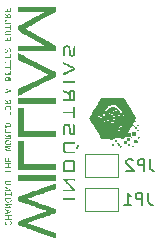
<source format=gbo>
%TF.GenerationSoftware,KiCad,Pcbnew,7.0.8*%
%TF.CreationDate,2024-04-05T01:26:40-03:00*%
%TF.ProjectId,iW-Little,69572d4c-6974-4746-9c65-2e6b69636164,rev?*%
%TF.SameCoordinates,Original*%
%TF.FileFunction,Legend,Bot*%
%TF.FilePolarity,Positive*%
%FSLAX46Y46*%
G04 Gerber Fmt 4.6, Leading zero omitted, Abs format (unit mm)*
G04 Created by KiCad (PCBNEW 7.0.8) date 2024-04-05 01:26:40*
%MOMM*%
%LPD*%
G01*
G04 APERTURE LIST*
%ADD10C,0.150000*%
%ADD11C,0.120000*%
G04 APERTURE END LIST*
D10*
X148433333Y-83954819D02*
X148433333Y-84669104D01*
X148433333Y-84669104D02*
X148480952Y-84811961D01*
X148480952Y-84811961D02*
X148576190Y-84907200D01*
X148576190Y-84907200D02*
X148719047Y-84954819D01*
X148719047Y-84954819D02*
X148814285Y-84954819D01*
X147957142Y-84954819D02*
X147957142Y-83954819D01*
X147957142Y-83954819D02*
X147576190Y-83954819D01*
X147576190Y-83954819D02*
X147480952Y-84002438D01*
X147480952Y-84002438D02*
X147433333Y-84050057D01*
X147433333Y-84050057D02*
X147385714Y-84145295D01*
X147385714Y-84145295D02*
X147385714Y-84288152D01*
X147385714Y-84288152D02*
X147433333Y-84383390D01*
X147433333Y-84383390D02*
X147480952Y-84431009D01*
X147480952Y-84431009D02*
X147576190Y-84478628D01*
X147576190Y-84478628D02*
X147957142Y-84478628D01*
X146433333Y-84954819D02*
X147004761Y-84954819D01*
X146719047Y-84954819D02*
X146719047Y-83954819D01*
X146719047Y-83954819D02*
X146814285Y-84097676D01*
X146814285Y-84097676D02*
X146909523Y-84192914D01*
X146909523Y-84192914D02*
X147004761Y-84240533D01*
X148583333Y-81104819D02*
X148583333Y-81819104D01*
X148583333Y-81819104D02*
X148630952Y-81961961D01*
X148630952Y-81961961D02*
X148726190Y-82057200D01*
X148726190Y-82057200D02*
X148869047Y-82104819D01*
X148869047Y-82104819D02*
X148964285Y-82104819D01*
X148107142Y-82104819D02*
X148107142Y-81104819D01*
X148107142Y-81104819D02*
X147726190Y-81104819D01*
X147726190Y-81104819D02*
X147630952Y-81152438D01*
X147630952Y-81152438D02*
X147583333Y-81200057D01*
X147583333Y-81200057D02*
X147535714Y-81295295D01*
X147535714Y-81295295D02*
X147535714Y-81438152D01*
X147535714Y-81438152D02*
X147583333Y-81533390D01*
X147583333Y-81533390D02*
X147630952Y-81581009D01*
X147630952Y-81581009D02*
X147726190Y-81628628D01*
X147726190Y-81628628D02*
X148107142Y-81628628D01*
X147154761Y-81200057D02*
X147107142Y-81152438D01*
X147107142Y-81152438D02*
X147011904Y-81104819D01*
X147011904Y-81104819D02*
X146773809Y-81104819D01*
X146773809Y-81104819D02*
X146678571Y-81152438D01*
X146678571Y-81152438D02*
X146630952Y-81200057D01*
X146630952Y-81200057D02*
X146583333Y-81295295D01*
X146583333Y-81295295D02*
X146583333Y-81390533D01*
X146583333Y-81390533D02*
X146630952Y-81533390D01*
X146630952Y-81533390D02*
X147202380Y-82104819D01*
X147202380Y-82104819D02*
X146583333Y-82104819D01*
D11*
X143125000Y-83500000D02*
X143125000Y-85500000D01*
X143125000Y-85500000D02*
X145925000Y-85500000D01*
X145925000Y-83500000D02*
X143125000Y-83500000D01*
X145925000Y-85500000D02*
X145925000Y-83500000D01*
X143125000Y-80650000D02*
X143125000Y-82650000D01*
X143125000Y-82650000D02*
X145925000Y-82650000D01*
X145925000Y-80650000D02*
X143125000Y-80650000D01*
X145925000Y-82650000D02*
X145925000Y-80650000D01*
G36*
X142270053Y-84465299D02*
G01*
X142270053Y-84539340D01*
X141759953Y-84540239D01*
X141249852Y-84541138D01*
X141249852Y-84466198D01*
X141249852Y-84391258D01*
X141759953Y-84391258D01*
X142270053Y-84391258D01*
X142270053Y-84465299D01*
G37*
G36*
X147723627Y-79282753D02*
G01*
X147723627Y-79342764D01*
X147651458Y-79347374D01*
X147579290Y-79351984D01*
X147583945Y-79287362D01*
X147588600Y-79222741D01*
X147656114Y-79222741D01*
X147723627Y-79222741D01*
X147723627Y-79282753D01*
G37*
G36*
X140619728Y-76192144D02*
G01*
X140619728Y-76424690D01*
X139036917Y-76424690D01*
X137454105Y-76424690D01*
X137454105Y-76192144D01*
X137454105Y-75959599D01*
X139036917Y-75959599D01*
X140619728Y-75959599D01*
X140619728Y-76192144D01*
G37*
G36*
X145774187Y-78480878D02*
G01*
X145779389Y-78485345D01*
X145789493Y-78502164D01*
X145775159Y-78522116D01*
X145758272Y-78533096D01*
X145729397Y-78535127D01*
X145709666Y-78516960D01*
X145708522Y-78490329D01*
X145728425Y-78470444D01*
X145744653Y-78468822D01*
X145774187Y-78480878D01*
G37*
G36*
X145978832Y-78411554D02*
G01*
X145990786Y-78437394D01*
X145990672Y-78439486D01*
X145976941Y-78456286D01*
X145949553Y-78460121D01*
X145921727Y-78448806D01*
X145913758Y-78441856D01*
X145906600Y-78426890D01*
X145924438Y-78409874D01*
X145951520Y-78401338D01*
X145978832Y-78411554D01*
G37*
G36*
X145398616Y-77926392D02*
G01*
X145399360Y-77928871D01*
X145399277Y-77963328D01*
X145382136Y-77982812D01*
X145356927Y-77982874D01*
X145332636Y-77959062D01*
X145324493Y-77940847D01*
X145328883Y-77919441D01*
X145359906Y-77905833D01*
X145380896Y-77905315D01*
X145398616Y-77926392D01*
G37*
G36*
X145112848Y-77529582D02*
G01*
X145123889Y-77550822D01*
X145117537Y-77576124D01*
X145103837Y-77588245D01*
X145073457Y-77592383D01*
X145047671Y-77569149D01*
X145042671Y-77545037D01*
X145062904Y-77522606D01*
X145073142Y-77515853D01*
X145093982Y-77510934D01*
X145112848Y-77529582D01*
G37*
G36*
X146022105Y-77325866D02*
G01*
X146034403Y-77340509D01*
X146022435Y-77367731D01*
X146010388Y-77378081D01*
X145977667Y-77377976D01*
X145974030Y-77376772D01*
X145954765Y-77363508D01*
X145960595Y-77340216D01*
X145973765Y-77324753D01*
X146005592Y-77320469D01*
X146022105Y-77325866D01*
G37*
G36*
X145712236Y-77289410D02*
G01*
X145715495Y-77317366D01*
X145714986Y-77318786D01*
X145695634Y-77334632D01*
X145666529Y-77336298D01*
X145643995Y-77322593D01*
X145634508Y-77305290D01*
X145636057Y-77286394D01*
X145663935Y-77274671D01*
X145688518Y-77273893D01*
X145712236Y-77289410D01*
G37*
G36*
X145138600Y-77190067D02*
G01*
X145150391Y-77210200D01*
X145145655Y-77236462D01*
X145125009Y-77256526D01*
X145092517Y-77250874D01*
X145071895Y-77237317D01*
X145062283Y-77215880D01*
X145081205Y-77191419D01*
X145083694Y-77189529D01*
X145111765Y-77181927D01*
X145138600Y-77190067D01*
G37*
G36*
X146177534Y-78340922D02*
G01*
X146179605Y-78358248D01*
X146161771Y-78385563D01*
X146159208Y-78387400D01*
X146136454Y-78395697D01*
X146116638Y-78378458D01*
X146114171Y-78375098D01*
X146105578Y-78352862D01*
X146121871Y-78333816D01*
X146141969Y-78320461D01*
X146163167Y-78318384D01*
X146177534Y-78340922D01*
G37*
G36*
X144824930Y-77853573D02*
G01*
X144845209Y-77872666D01*
X144847295Y-77879649D01*
X144842409Y-77909816D01*
X144819771Y-77927574D01*
X144788974Y-77924142D01*
X144770635Y-77913638D01*
X144761809Y-77899620D01*
X144769650Y-77873702D01*
X144772273Y-77868400D01*
X144795614Y-77852220D01*
X144824930Y-77853573D01*
G37*
G36*
X144608758Y-77788556D02*
G01*
X144614352Y-77792414D01*
X144621814Y-77806964D01*
X144608758Y-77831307D01*
X144585421Y-77851912D01*
X144553596Y-77848183D01*
X144543608Y-77844157D01*
X144527738Y-77829704D01*
X144535371Y-77805202D01*
X144543972Y-77791931D01*
X144571955Y-77776037D01*
X144608758Y-77788556D01*
G37*
G36*
X145479353Y-77442402D02*
G01*
X145486205Y-77461388D01*
X145476983Y-77487601D01*
X145463863Y-77497818D01*
X145435231Y-77503456D01*
X145415607Y-77486149D01*
X145410061Y-77470700D01*
X145411141Y-77447880D01*
X145435047Y-77430225D01*
X145436441Y-77429488D01*
X145461919Y-77423384D01*
X145479353Y-77442402D01*
G37*
G36*
X146312122Y-77378983D02*
G01*
X146322400Y-77384037D01*
X146337422Y-77404208D01*
X146331316Y-77425161D01*
X146309082Y-77438880D01*
X146275719Y-77437350D01*
X146271975Y-77436104D01*
X146254428Y-77423111D01*
X146261378Y-77398875D01*
X146272330Y-77379799D01*
X146286351Y-77371160D01*
X146312122Y-77378983D01*
G37*
G36*
X145629628Y-77062681D02*
G01*
X145639177Y-77073065D01*
X145643921Y-77089614D01*
X145624444Y-77107987D01*
X145599608Y-77120630D01*
X145575685Y-77112735D01*
X145566187Y-77102547D01*
X145555700Y-77077087D01*
X145556534Y-77070243D01*
X145573095Y-77051558D01*
X145601568Y-77048237D01*
X145629628Y-77062681D01*
G37*
G36*
X146868459Y-79935381D02*
G01*
X146868459Y-80017897D01*
X146802980Y-80022595D01*
X146787035Y-80023464D01*
X146743664Y-80023137D01*
X146715923Y-80019012D01*
X146706070Y-80010915D01*
X146698627Y-79983202D01*
X146698885Y-79931798D01*
X146703426Y-79852865D01*
X146785942Y-79852865D01*
X146868459Y-79852865D01*
X146868459Y-79935381D01*
G37*
G36*
X146282997Y-78069577D02*
G01*
X146286471Y-78074479D01*
X146294300Y-78096359D01*
X146278016Y-78114626D01*
X146276793Y-78115513D01*
X146252544Y-78124322D01*
X146227082Y-78109052D01*
X146205595Y-78087790D01*
X146206579Y-78074761D01*
X146232063Y-78059354D01*
X146235570Y-78057527D01*
X146262110Y-78051437D01*
X146282997Y-78069577D01*
G37*
G36*
X145856580Y-78015442D02*
G01*
X145859194Y-78016874D01*
X145877407Y-78034749D01*
X145870323Y-78060833D01*
X145868891Y-78063447D01*
X145851016Y-78081660D01*
X145824933Y-78074576D01*
X145822318Y-78073144D01*
X145804105Y-78055269D01*
X145811190Y-78029185D01*
X145812621Y-78026571D01*
X145830496Y-78008358D01*
X145856580Y-78015442D01*
G37*
G36*
X145358944Y-77113907D02*
G01*
X145364892Y-77117239D01*
X145382241Y-77135178D01*
X145375328Y-77160465D01*
X145364079Y-77180025D01*
X145350056Y-77188545D01*
X145324381Y-77180734D01*
X145315867Y-77176546D01*
X145301597Y-77152667D01*
X145313975Y-77117028D01*
X145314584Y-77116084D01*
X145331233Y-77104447D01*
X145358944Y-77113907D01*
G37*
G36*
X147251034Y-80017075D02*
G01*
X147251034Y-80085411D01*
X147186021Y-80085411D01*
X147169320Y-80085065D01*
X147130751Y-80081290D01*
X147110292Y-80074695D01*
X147109141Y-80073195D01*
X147103820Y-80049164D01*
X147104041Y-80010932D01*
X147106678Y-79986711D01*
X147115143Y-79966297D01*
X147136692Y-79957306D01*
X147179770Y-79953313D01*
X147251034Y-79948740D01*
X147251034Y-80017075D01*
G37*
G36*
X146193326Y-80040402D02*
G01*
X146193141Y-80060771D01*
X146189455Y-80092830D01*
X146177052Y-80107255D01*
X146150800Y-80112785D01*
X146117058Y-80113869D01*
X146086168Y-80109171D01*
X146080641Y-80106112D01*
X146069306Y-80083118D01*
X146068682Y-80036788D01*
X146070816Y-80010781D01*
X146077641Y-79984154D01*
X146095654Y-79974311D01*
X146133314Y-79972889D01*
X146193326Y-79972889D01*
X146193326Y-80040402D01*
G37*
G36*
X145530369Y-79820310D02*
G01*
X145551590Y-79858477D01*
X145549817Y-79911770D01*
X145541327Y-79934128D01*
X145521879Y-79947299D01*
X145482900Y-79950384D01*
X145473391Y-79950249D01*
X145435944Y-79946874D01*
X145415673Y-79940382D01*
X145411726Y-79934846D01*
X145404863Y-79904193D01*
X145406425Y-79864464D01*
X145415056Y-79828580D01*
X145429402Y-79809461D01*
X145438766Y-79806199D01*
X145491109Y-79801481D01*
X145530369Y-79820310D01*
G37*
G36*
X147623381Y-78606143D02*
G01*
X147658981Y-78629572D01*
X147672659Y-78670846D01*
X147662010Y-78726416D01*
X147658733Y-78731356D01*
X147633084Y-78744182D01*
X147594562Y-78750653D01*
X147556039Y-78749497D01*
X147530383Y-78739440D01*
X147528264Y-78735912D01*
X147523744Y-78708932D01*
X147524132Y-78668176D01*
X147525031Y-78656840D01*
X147531042Y-78623397D01*
X147546234Y-78608501D01*
X147578328Y-78602845D01*
X147623381Y-78606143D01*
G37*
G36*
X147633609Y-78262552D02*
G01*
X147633525Y-78276273D01*
X147629919Y-78308119D01*
X147615634Y-78322031D01*
X147583421Y-78327371D01*
X147582199Y-78327486D01*
X147540940Y-78328259D01*
X147511244Y-78323741D01*
X147510392Y-78323395D01*
X147495517Y-78303148D01*
X147493919Y-78258922D01*
X147496417Y-78233752D01*
X147504195Y-78211863D01*
X147524510Y-78203734D01*
X147566096Y-78202540D01*
X147633609Y-78202540D01*
X147633609Y-78262552D01*
G37*
G36*
X137934200Y-80520496D02*
G01*
X137934200Y-81510691D01*
X138575576Y-81514442D01*
X138589374Y-81514520D01*
X138754640Y-81515182D01*
X138941279Y-81515494D01*
X139141384Y-81515471D01*
X139347050Y-81515126D01*
X139550368Y-81514470D01*
X139743434Y-81513516D01*
X139918340Y-81512278D01*
X140619728Y-81506364D01*
X140619728Y-81747920D01*
X140619728Y-81989476D01*
X139036917Y-81990086D01*
X137454105Y-81990697D01*
X137454105Y-80760499D01*
X137454105Y-79530301D01*
X137694153Y-79530301D01*
X137934200Y-79530301D01*
X137934200Y-80520496D01*
G37*
G36*
X146801331Y-79308205D02*
G01*
X146898464Y-79312759D01*
X146902905Y-79414235D01*
X146902970Y-79415701D01*
X146904763Y-79469760D01*
X146900338Y-79502475D01*
X146883829Y-79520283D01*
X146849370Y-79529621D01*
X146791095Y-79536924D01*
X146749681Y-79540220D01*
X146713313Y-79536419D01*
X146689825Y-79522059D01*
X146681599Y-79510111D01*
X146669666Y-79468867D01*
X146666060Y-79416800D01*
X146671088Y-79366317D01*
X146685058Y-79329826D01*
X146690502Y-79323422D01*
X146710653Y-79311822D01*
X146745011Y-79307230D01*
X146801331Y-79308205D01*
G37*
G36*
X141742471Y-74517959D02*
G01*
X141847284Y-74518011D01*
X141947947Y-74518097D01*
X142039695Y-74518218D01*
X142117762Y-74518370D01*
X142177383Y-74518553D01*
X142213792Y-74518766D01*
X142270053Y-74519315D01*
X142270053Y-74594330D01*
X142270053Y-74669345D01*
X141759953Y-74669345D01*
X141249852Y-74669345D01*
X141249852Y-74594330D01*
X141250286Y-74560746D01*
X141254466Y-74532493D01*
X141266659Y-74521011D01*
X141291111Y-74518494D01*
X141293340Y-74518458D01*
X141322968Y-74518271D01*
X141377042Y-74518128D01*
X141450794Y-74518026D01*
X141539461Y-74517965D01*
X141638275Y-74517943D01*
X141742471Y-74517959D01*
G37*
G36*
X136368325Y-78526384D02*
G01*
X136379590Y-78534167D01*
X136386061Y-78554324D01*
X136389597Y-78592731D01*
X136392062Y-78655259D01*
X136396397Y-78785415D01*
X136621441Y-78786535D01*
X136676834Y-78786848D01*
X136747386Y-78787714D01*
X136795256Y-78789613D01*
X136825011Y-78793240D01*
X136841221Y-78799286D01*
X136848454Y-78808445D01*
X136851280Y-78821412D01*
X136849375Y-78846329D01*
X136828775Y-78855884D01*
X136817055Y-78856118D01*
X136777436Y-78856764D01*
X136717165Y-78857669D01*
X136641995Y-78858748D01*
X136557679Y-78859915D01*
X136313881Y-78863232D01*
X136313881Y-78694168D01*
X136313881Y-78525104D01*
X136350804Y-78525104D01*
X136368325Y-78526384D01*
G37*
G36*
X147286435Y-78780500D02*
G01*
X147346686Y-78785054D01*
X147384681Y-78798861D01*
X147405513Y-78826844D01*
X147414277Y-78873926D01*
X147416066Y-78945031D01*
X147415788Y-79015372D01*
X147411575Y-79063398D01*
X147398255Y-79091690D01*
X147370655Y-79105454D01*
X147323604Y-79109895D01*
X147251929Y-79110219D01*
X147213097Y-79109864D01*
X147155798Y-79107865D01*
X147114420Y-79104499D01*
X147096003Y-79100217D01*
X147095698Y-79099886D01*
X147089558Y-79077617D01*
X147086233Y-79034297D01*
X147085500Y-78978389D01*
X147087135Y-78918358D01*
X147090914Y-78862666D01*
X147096612Y-78819778D01*
X147104005Y-78798157D01*
X147127412Y-78788846D01*
X147176432Y-78782434D01*
X147245461Y-78780154D01*
X147286435Y-78780500D01*
G37*
G36*
X142474928Y-79903595D02*
G01*
X142499484Y-79905337D01*
X142535881Y-79909084D01*
X142552200Y-79912543D01*
X142552518Y-79913257D01*
X142550207Y-79933297D01*
X142541057Y-79975987D01*
X142526376Y-80035949D01*
X142507470Y-80107803D01*
X142485649Y-80186173D01*
X142476737Y-80215605D01*
X142462192Y-80248692D01*
X142443112Y-80265385D01*
X142412638Y-80273927D01*
X142409159Y-80274549D01*
X142370510Y-80277598D01*
X142345431Y-80273172D01*
X142338011Y-80264553D01*
X142335775Y-80237928D01*
X142337540Y-80230170D01*
X142343856Y-80194475D01*
X142352169Y-80140940D01*
X142361154Y-80077909D01*
X142371568Y-80004883D01*
X142381555Y-79953482D01*
X142393759Y-79922441D01*
X142411306Y-79906972D01*
X142437320Y-79902287D01*
X142474928Y-79903595D01*
G37*
G36*
X139092295Y-82454936D02*
G01*
X139287734Y-82454947D01*
X139476639Y-82454969D01*
X139656402Y-82455000D01*
X139824415Y-82455039D01*
X139978069Y-82455086D01*
X140114758Y-82455140D01*
X140231873Y-82455200D01*
X140326805Y-82455264D01*
X140396948Y-82455333D01*
X140439693Y-82455406D01*
X140619728Y-82455877D01*
X140619728Y-82687697D01*
X140619728Y-82919517D01*
X139036917Y-82920200D01*
X137454105Y-82920882D01*
X137454105Y-82688380D01*
X137454105Y-82455877D01*
X137581630Y-82455406D01*
X137598579Y-82455363D01*
X137649642Y-82455293D01*
X137726763Y-82455226D01*
X137827464Y-82455165D01*
X137949267Y-82455109D01*
X138089692Y-82455059D01*
X138246261Y-82455016D01*
X138416496Y-82454982D01*
X138597918Y-82454956D01*
X138788047Y-82454940D01*
X138984407Y-82454934D01*
X139092295Y-82454936D01*
G37*
G36*
X136823981Y-69950916D02*
G01*
X136823970Y-69977946D01*
X136823587Y-70055043D01*
X136822191Y-70107959D01*
X136819157Y-70141226D01*
X136813860Y-70159377D01*
X136805674Y-70166943D01*
X136793975Y-70168459D01*
X136780685Y-70166804D01*
X136769874Y-70155884D01*
X136765064Y-70128718D01*
X136763969Y-70078441D01*
X136763969Y-69988423D01*
X136700207Y-69987203D01*
X136668385Y-69986928D01*
X136609503Y-69986995D01*
X136537079Y-69987465D01*
X136460160Y-69988297D01*
X136283875Y-69990611D01*
X136283875Y-69952010D01*
X136283875Y-69913408D01*
X136516421Y-69913408D01*
X136748966Y-69913408D01*
X136748966Y-69823391D01*
X136748967Y-69820235D01*
X136749869Y-69771664D01*
X136754464Y-69745694D01*
X136765687Y-69735279D01*
X136786474Y-69733373D01*
X136823981Y-69733373D01*
X136823981Y-69950916D01*
G37*
G36*
X136827710Y-81915850D02*
G01*
X136838344Y-81918628D01*
X136845642Y-81928749D01*
X136850231Y-81950746D01*
X136852735Y-81989151D01*
X136853778Y-82048496D01*
X136853987Y-82133314D01*
X136853976Y-82160344D01*
X136853593Y-82237441D01*
X136852197Y-82290357D01*
X136849163Y-82323624D01*
X136843866Y-82341775D01*
X136835680Y-82349342D01*
X136823981Y-82350857D01*
X136810691Y-82349202D01*
X136799880Y-82338283D01*
X136795070Y-82311116D01*
X136793975Y-82260839D01*
X136793975Y-82170821D01*
X136561430Y-82170821D01*
X136328884Y-82170821D01*
X136328884Y-82132520D01*
X136328884Y-82094220D01*
X136497667Y-82095865D01*
X136552923Y-82096331D01*
X136626341Y-82096743D01*
X136688574Y-82096863D01*
X136730213Y-82096658D01*
X136793975Y-82095806D01*
X136793975Y-82005789D01*
X136794527Y-81965918D01*
X136798167Y-81933484D01*
X136807222Y-81919056D01*
X136823981Y-81915771D01*
X136827710Y-81915850D01*
G37*
G36*
X137934200Y-77743324D02*
G01*
X137934200Y-78731892D01*
X137975458Y-78742474D01*
X137976857Y-78742739D01*
X138002603Y-78744356D01*
X138055583Y-78745806D01*
X138133398Y-78747075D01*
X138233648Y-78748147D01*
X138353935Y-78749009D01*
X138491859Y-78749646D01*
X138645022Y-78750044D01*
X138811022Y-78750189D01*
X138987463Y-78750065D01*
X139171943Y-78749659D01*
X139181639Y-78749630D01*
X139369134Y-78749113D01*
X139550848Y-78748671D01*
X139724090Y-78748307D01*
X139886167Y-78748024D01*
X140034388Y-78747826D01*
X140166062Y-78747715D01*
X140278497Y-78747694D01*
X140369001Y-78747767D01*
X140434882Y-78747936D01*
X140473450Y-78748204D01*
X140619728Y-78750148D01*
X140619728Y-78982694D01*
X140619728Y-79215239D01*
X139036917Y-79215239D01*
X137454105Y-79215239D01*
X137454105Y-77984997D01*
X137454105Y-76754755D01*
X137694153Y-76754755D01*
X137934200Y-76754755D01*
X137934200Y-77743324D01*
G37*
G36*
X136797704Y-72659028D02*
G01*
X136808338Y-72661806D01*
X136815637Y-72671927D01*
X136820225Y-72693924D01*
X136822729Y-72732328D01*
X136823772Y-72791674D01*
X136823981Y-72876492D01*
X136823970Y-72903522D01*
X136823587Y-72980619D01*
X136822191Y-73033535D01*
X136819157Y-73066802D01*
X136813860Y-73084953D01*
X136805674Y-73092519D01*
X136793975Y-73094034D01*
X136780685Y-73092380D01*
X136769874Y-73081460D01*
X136765064Y-73054293D01*
X136763969Y-73004017D01*
X136763969Y-72913999D01*
X136700207Y-72913147D01*
X136672229Y-72912965D01*
X136614627Y-72913000D01*
X136543302Y-72913336D01*
X136467661Y-72913940D01*
X136298878Y-72915586D01*
X136298878Y-72877285D01*
X136298878Y-72838984D01*
X136531424Y-72838984D01*
X136763969Y-72838984D01*
X136763969Y-72748966D01*
X136764521Y-72709096D01*
X136768161Y-72676662D01*
X136777216Y-72662233D01*
X136793975Y-72658949D01*
X136797704Y-72659028D01*
G37*
G36*
X136814633Y-77070020D02*
G01*
X136825915Y-77074101D01*
X136833047Y-77087438D01*
X136836974Y-77115217D01*
X136838639Y-77162625D01*
X136838984Y-77234850D01*
X136838984Y-77399882D01*
X136576433Y-77399882D01*
X136313881Y-77399882D01*
X136313881Y-77362375D01*
X136314271Y-77349455D01*
X136319318Y-77335510D01*
X136335354Y-77328180D01*
X136368717Y-77325341D01*
X136425746Y-77324867D01*
X136537611Y-77324867D01*
X136542019Y-77216255D01*
X136544445Y-77171555D01*
X136549640Y-77131346D01*
X136558494Y-77110439D01*
X136572682Y-77102633D01*
X136575520Y-77102170D01*
X136587851Y-77104593D01*
X136594937Y-77119744D01*
X136598169Y-77153378D01*
X136598937Y-77211245D01*
X136598937Y-77324867D01*
X136688955Y-77324867D01*
X136778972Y-77324867D01*
X136778972Y-77197342D01*
X136779165Y-77154725D01*
X136780863Y-77108777D01*
X136785477Y-77083221D01*
X136794389Y-77072190D01*
X136808978Y-77069817D01*
X136814633Y-77070020D01*
G37*
G36*
X145773243Y-79492794D02*
G01*
X145777858Y-79560307D01*
X145780180Y-79583336D01*
X145790299Y-79620208D01*
X145812485Y-79655329D01*
X145852309Y-79699085D01*
X145870008Y-79716753D01*
X145908524Y-79749910D01*
X145940701Y-79766169D01*
X145975219Y-79770578D01*
X146016783Y-79773115D01*
X146048858Y-79786322D01*
X146062449Y-79816360D01*
X146062966Y-79869319D01*
X146058299Y-79942883D01*
X145983284Y-79942883D01*
X145908270Y-79942883D01*
X145903654Y-79875369D01*
X145901332Y-79852341D01*
X145891214Y-79815469D01*
X145869028Y-79780347D01*
X145829204Y-79736592D01*
X145806117Y-79713694D01*
X145769836Y-79683424D01*
X145738665Y-79669002D01*
X145703615Y-79665328D01*
X145697686Y-79665201D01*
X145654585Y-79657568D01*
X145624285Y-79641752D01*
X145615732Y-79629859D01*
X145603298Y-79588777D01*
X145602206Y-79541384D01*
X145613642Y-79503130D01*
X145615124Y-79501135D01*
X145643819Y-79489208D01*
X145699680Y-79488127D01*
X145773243Y-79492794D01*
G37*
G36*
X136598937Y-83416829D02*
G01*
X136868990Y-83417371D01*
X136868990Y-83454493D01*
X136868990Y-83491616D01*
X136660161Y-83487598D01*
X136633484Y-83487106D01*
X136562147Y-83486031D01*
X136504948Y-83485519D01*
X136467174Y-83485605D01*
X136454111Y-83486321D01*
X136458097Y-83488617D01*
X136483646Y-83502208D01*
X136528792Y-83525817D01*
X136588864Y-83557006D01*
X136659189Y-83593336D01*
X136716573Y-83623178D01*
X136779280Y-83657146D01*
X136821642Y-83682756D01*
X136847616Y-83702752D01*
X136861162Y-83719876D01*
X136866236Y-83736874D01*
X136870983Y-83776137D01*
X136599933Y-83776137D01*
X136328884Y-83776137D01*
X136328884Y-83736296D01*
X136328884Y-83696455D01*
X136542676Y-83705514D01*
X136756468Y-83714573D01*
X136542676Y-83608570D01*
X136502514Y-83588605D01*
X136433222Y-83553494D01*
X136385268Y-83527441D01*
X136354754Y-83507726D01*
X136337783Y-83491632D01*
X136330459Y-83476438D01*
X136328884Y-83459428D01*
X136328884Y-83416287D01*
X136598937Y-83416829D01*
G37*
G36*
X136823981Y-70293983D02*
G01*
X136823981Y-70329490D01*
X136618637Y-70329490D01*
X136584910Y-70329500D01*
X136512575Y-70329916D01*
X136462728Y-70331626D01*
X136429886Y-70335551D01*
X136408570Y-70342614D01*
X136393298Y-70353735D01*
X136378590Y-70369835D01*
X136375963Y-70372936D01*
X136348570Y-70419916D01*
X136350131Y-70463138D01*
X136380712Y-70506707D01*
X136382674Y-70508660D01*
X136398742Y-70522899D01*
X136416779Y-70532621D01*
X136442392Y-70538685D01*
X136481188Y-70541952D01*
X136538775Y-70543281D01*
X136620759Y-70543532D01*
X136823981Y-70543532D01*
X136823981Y-70582121D01*
X136823981Y-70620709D01*
X136597669Y-70615877D01*
X136371357Y-70611046D01*
X136327616Y-70562049D01*
X136326752Y-70561080D01*
X136299705Y-70524813D01*
X136287137Y-70487369D01*
X136284209Y-70434524D01*
X136292772Y-70363905D01*
X136320166Y-70312061D01*
X136369156Y-70275235D01*
X136396922Y-70268528D01*
X136450288Y-70263169D01*
X136523938Y-70259706D01*
X136612954Y-70258476D01*
X136823981Y-70258476D01*
X136823981Y-70293983D01*
G37*
G36*
X136800687Y-70723852D02*
G01*
X136811429Y-70728412D01*
X136818246Y-70742557D01*
X136822021Y-70771394D01*
X136823638Y-70820025D01*
X136823981Y-70893555D01*
X136823981Y-71063542D01*
X136566434Y-71065431D01*
X136498538Y-71065655D01*
X136421075Y-71065167D01*
X136358117Y-71063919D01*
X136314830Y-71062023D01*
X136296381Y-71059591D01*
X136289565Y-71050642D01*
X136283875Y-71022741D01*
X136284250Y-71015863D01*
X136290200Y-71003945D01*
X136308119Y-70997238D01*
X136344016Y-70994282D01*
X136403899Y-70993621D01*
X136523922Y-70993621D01*
X136523922Y-70881099D01*
X136523969Y-70860844D01*
X136525265Y-70811150D01*
X136529585Y-70783353D01*
X136538586Y-70771234D01*
X136553928Y-70768577D01*
X136559600Y-70768774D01*
X136572710Y-70773750D01*
X136580040Y-70790121D01*
X136583234Y-70824087D01*
X136583934Y-70881848D01*
X136583934Y-70995118D01*
X136670201Y-70990619D01*
X136756468Y-70986119D01*
X136760803Y-70854844D01*
X136762394Y-70812665D01*
X136765692Y-70765065D01*
X136771167Y-70738180D01*
X136780297Y-70726263D01*
X136794559Y-70723568D01*
X136800687Y-70723852D01*
G37*
G36*
X136868990Y-85886307D02*
G01*
X136868616Y-85897273D01*
X136863505Y-85910863D01*
X136847316Y-85918123D01*
X136813739Y-85921030D01*
X136756468Y-85921560D01*
X136643946Y-85921560D01*
X136643946Y-86034082D01*
X136643946Y-86146604D01*
X136756468Y-86146604D01*
X136794057Y-86146733D01*
X136836314Y-86148397D01*
X136858678Y-86153647D01*
X136867465Y-86164531D01*
X136868990Y-86183097D01*
X136868990Y-86219590D01*
X136606438Y-86220446D01*
X136343887Y-86221302D01*
X136343887Y-86183953D01*
X136344613Y-86168302D01*
X136350855Y-86155951D01*
X136368738Y-86149488D01*
X136404382Y-86147007D01*
X136463910Y-86146604D01*
X136583934Y-86146604D01*
X136583934Y-86031925D01*
X136583934Y-85917245D01*
X136466542Y-85927035D01*
X136453101Y-85928081D01*
X136398386Y-85930670D01*
X136357475Y-85929976D01*
X136338384Y-85926059D01*
X136333065Y-85914548D01*
X136332002Y-85884670D01*
X136332019Y-85884551D01*
X136334922Y-85873617D01*
X136342791Y-85865630D01*
X136359799Y-85860093D01*
X136390119Y-85856512D01*
X136437925Y-85854392D01*
X136507390Y-85853236D01*
X136602688Y-85852551D01*
X136868990Y-85851055D01*
X136868990Y-85886307D01*
G37*
G36*
X142198806Y-76675612D02*
G01*
X142270053Y-76683643D01*
X142270053Y-77162570D01*
X142270053Y-77641497D01*
X142191288Y-77636963D01*
X142112522Y-77632428D01*
X142108300Y-77437983D01*
X142106469Y-77376704D01*
X142101784Y-77299874D01*
X142094924Y-77251577D01*
X142085795Y-77230944D01*
X142069732Y-77227979D01*
X142027036Y-77225166D01*
X141962271Y-77222980D01*
X141879623Y-77221523D01*
X141783282Y-77220893D01*
X141677437Y-77221192D01*
X141582517Y-77221817D01*
X141484897Y-77222310D01*
X141400501Y-77222576D01*
X141333524Y-77222609D01*
X141288160Y-77222399D01*
X141268606Y-77221940D01*
X141264210Y-77220179D01*
X141253505Y-77195765D01*
X141249852Y-77144094D01*
X141249852Y-77068342D01*
X141583668Y-77069858D01*
X141615578Y-77069998D01*
X141718676Y-77070379D01*
X141815801Y-77070640D01*
X141900943Y-77070770D01*
X141968097Y-77070758D01*
X142011252Y-77070596D01*
X142105021Y-77069817D01*
X142105021Y-76875664D01*
X142105044Y-76863183D01*
X142106122Y-76791504D01*
X142108575Y-76732270D01*
X142112074Y-76691333D01*
X142116290Y-76674546D01*
X142123475Y-76672764D01*
X142154603Y-76672225D01*
X142198806Y-76675612D01*
G37*
G36*
X136803568Y-73156231D02*
G01*
X136815008Y-73169584D01*
X136822792Y-73200549D01*
X136829207Y-73255316D01*
X136833368Y-73310105D01*
X136837312Y-73390943D01*
X136838878Y-73465358D01*
X136838810Y-73499252D01*
X136837263Y-73541651D01*
X136831998Y-73563979D01*
X136820806Y-73572663D01*
X136801477Y-73574129D01*
X136783449Y-73572929D01*
X136770337Y-73564000D01*
X136764989Y-73539900D01*
X136763969Y-73493218D01*
X136762034Y-73446247D01*
X136754168Y-73416174D01*
X136738372Y-73402484D01*
X136715037Y-73398868D01*
X136668097Y-73396030D01*
X136604802Y-73394376D01*
X136532082Y-73394184D01*
X136461584Y-73394701D01*
X136397700Y-73395019D01*
X136349896Y-73395094D01*
X136325133Y-73394900D01*
X136306294Y-73386320D01*
X136298878Y-73354403D01*
X136298878Y-73314713D01*
X136482664Y-73322501D01*
X136554961Y-73324881D01*
X136625111Y-73325851D01*
X136681173Y-73325223D01*
X136715210Y-73322981D01*
X136742486Y-73317589D01*
X136757428Y-73306430D01*
X136763086Y-73281571D01*
X136763969Y-73234860D01*
X136764140Y-73214258D01*
X136767063Y-73176152D01*
X136775483Y-73158409D01*
X136791806Y-73154046D01*
X136803568Y-73156231D01*
G37*
G36*
X136865988Y-84880293D02*
G01*
X136868990Y-84906561D01*
X136868990Y-84945521D01*
X136664959Y-84949695D01*
X136460927Y-84953869D01*
X136664959Y-85055722D01*
X136683794Y-85065137D01*
X136756945Y-85102238D01*
X136807881Y-85129719D01*
X136840579Y-85150381D01*
X136859013Y-85167024D01*
X136867158Y-85182448D01*
X136868990Y-85199454D01*
X136868990Y-85241333D01*
X136611443Y-85243222D01*
X136543547Y-85243446D01*
X136466084Y-85242958D01*
X136403126Y-85241710D01*
X136359839Y-85239814D01*
X136341389Y-85237382D01*
X136334653Y-85228669D01*
X136328884Y-85200956D01*
X136330578Y-85190117D01*
X136339064Y-85181769D01*
X136358991Y-85176137D01*
X136395000Y-85172475D01*
X136451731Y-85170039D01*
X136533825Y-85168084D01*
X136738767Y-85163910D01*
X136533825Y-85063030D01*
X136458418Y-85025495D01*
X136401293Y-84995571D01*
X136363711Y-84973149D01*
X136341739Y-84955565D01*
X136331442Y-84940154D01*
X136328884Y-84924252D01*
X136328884Y-84886356D01*
X136552053Y-84886356D01*
X136583564Y-84886265D01*
X136664511Y-84885207D01*
X136735763Y-84883150D01*
X136790552Y-84880329D01*
X136822106Y-84876979D01*
X136850912Y-84872852D01*
X136865988Y-84880293D01*
G37*
G36*
X136349415Y-73659128D02*
G01*
X136355470Y-73679731D01*
X136359343Y-73720574D01*
X136362059Y-73786539D01*
X136366391Y-73926698D01*
X136456409Y-73926698D01*
X136546427Y-73926698D01*
X136550835Y-73817927D01*
X136551126Y-73810902D01*
X136554398Y-73757021D01*
X136559774Y-73726266D01*
X136569193Y-73712392D01*
X136584591Y-73709156D01*
X136589234Y-73709298D01*
X136602467Y-73714091D01*
X136609918Y-73730288D01*
X136613204Y-73764085D01*
X136613940Y-73821678D01*
X136613940Y-73934200D01*
X136665223Y-73934200D01*
X136673850Y-73934180D01*
X136716473Y-73931913D01*
X136742979Y-73921940D01*
X136757185Y-73898690D01*
X136762910Y-73856589D01*
X136763969Y-73790067D01*
X136764285Y-73730201D01*
X136766439Y-73692334D01*
X136772234Y-73672688D01*
X136783476Y-73665286D01*
X136801968Y-73664147D01*
X136839967Y-73664147D01*
X136835725Y-73832930D01*
X136831483Y-74001713D01*
X136565180Y-74005380D01*
X136298878Y-74009048D01*
X136298878Y-73836597D01*
X136299330Y-73772510D01*
X136300669Y-73716258D01*
X136302681Y-73678162D01*
X136305152Y-73664147D01*
X136310937Y-73663072D01*
X136334577Y-73655263D01*
X136340158Y-73653879D01*
X136349415Y-73659128D01*
G37*
G36*
X136429114Y-86330421D02*
G01*
X136438613Y-86346236D01*
X136435738Y-86370822D01*
X136417879Y-86411750D01*
X136410454Y-86427043D01*
X136396880Y-86462556D01*
X136396858Y-86490949D01*
X136409320Y-86526515D01*
X136416824Y-86542678D01*
X136454111Y-86590786D01*
X136509403Y-86621225D01*
X136587511Y-86636978D01*
X136665405Y-86635665D01*
X136734495Y-86611339D01*
X136785563Y-86563434D01*
X136793436Y-86549759D01*
X136807097Y-86496867D01*
X136804903Y-86439112D01*
X136786750Y-86391598D01*
X136778120Y-86378534D01*
X136772490Y-86358474D01*
X136786750Y-86341413D01*
X136791751Y-86337732D01*
X136819752Y-86334260D01*
X136846273Y-86359404D01*
X136869922Y-86411980D01*
X136872566Y-86420636D01*
X136879759Y-86496021D01*
X136861983Y-86569519D01*
X136822376Y-86633204D01*
X136764079Y-86679152D01*
X136715241Y-86697181D01*
X136640768Y-86710297D01*
X136564098Y-86712195D01*
X136499683Y-86701645D01*
X136456233Y-86684653D01*
X136401775Y-86647214D01*
X136355906Y-86589191D01*
X136353865Y-86585865D01*
X136334293Y-86528977D01*
X136331785Y-86462499D01*
X136345423Y-86398417D01*
X136374292Y-86348719D01*
X136391329Y-86331915D01*
X136411898Y-86321106D01*
X136429114Y-86330421D01*
G37*
G36*
X136868990Y-84083698D02*
G01*
X136868990Y-84256232D01*
X136831483Y-84256232D01*
X136821366Y-84255974D01*
X136803171Y-84250118D01*
X136795530Y-84230379D01*
X136793975Y-84188718D01*
X136793975Y-84121205D01*
X136591435Y-84121205D01*
X136388896Y-84121205D01*
X136388896Y-84188718D01*
X136388884Y-84193568D01*
X136386508Y-84233472D01*
X136377641Y-84251814D01*
X136358890Y-84256232D01*
X136351554Y-84255842D01*
X136341038Y-84250962D01*
X136334396Y-84236385D01*
X136330745Y-84207032D01*
X136329202Y-84157829D01*
X136328884Y-84083698D01*
X136328952Y-84041516D01*
X136329800Y-83981052D01*
X136332335Y-83942861D01*
X136337440Y-83921867D01*
X136345997Y-83912994D01*
X136358890Y-83911164D01*
X136360265Y-83911174D01*
X136378479Y-83916250D01*
X136386868Y-83935851D01*
X136388896Y-83977648D01*
X136388896Y-84044131D01*
X136535174Y-84048912D01*
X136568354Y-84049824D01*
X136637835Y-84050720D01*
X136697678Y-84050224D01*
X136737714Y-84048365D01*
X136760976Y-84045822D01*
X136784015Y-84038018D01*
X136792662Y-84018092D01*
X136793975Y-83977101D01*
X136794083Y-83961516D01*
X136797209Y-83928129D01*
X136808136Y-83914052D01*
X136831483Y-83911164D01*
X136868990Y-83911164D01*
X136868990Y-84083698D01*
G37*
G36*
X136340715Y-72195165D02*
G01*
X136350570Y-72203583D01*
X136356038Y-72224868D01*
X136358388Y-72264731D01*
X136358890Y-72328884D01*
X136358890Y-72463910D01*
X136448250Y-72463910D01*
X136537611Y-72463910D01*
X136542019Y-72355139D01*
X136543622Y-72323205D01*
X136548479Y-72277055D01*
X136556487Y-72253174D01*
X136568931Y-72246368D01*
X136575624Y-72247983D01*
X136586142Y-72263198D01*
X136593473Y-72298517D01*
X136598937Y-72358890D01*
X136604741Y-72419239D01*
X136613518Y-72458035D01*
X136625192Y-72469912D01*
X136629382Y-72469615D01*
X136660789Y-72467969D01*
X136703958Y-72466161D01*
X136763969Y-72463910D01*
X136763969Y-72336385D01*
X136764162Y-72293768D01*
X136765860Y-72247820D01*
X136770474Y-72222264D01*
X136779386Y-72211233D01*
X136793975Y-72208860D01*
X136799631Y-72209063D01*
X136810912Y-72213145D01*
X136818044Y-72226481D01*
X136821971Y-72254260D01*
X136823636Y-72301668D01*
X136823981Y-72373893D01*
X136823981Y-72538925D01*
X136561430Y-72538925D01*
X136298878Y-72538925D01*
X136298878Y-72366391D01*
X136298946Y-72324210D01*
X136299794Y-72263746D01*
X136302330Y-72225555D01*
X136307434Y-72204561D01*
X136315991Y-72195687D01*
X136328884Y-72193857D01*
X136340715Y-72195165D01*
G37*
G36*
X136853987Y-81503190D02*
G01*
X136853550Y-81516614D01*
X136848314Y-81530283D01*
X136831979Y-81537461D01*
X136798245Y-81540236D01*
X136740808Y-81540697D01*
X136627628Y-81540697D01*
X136632036Y-81649469D01*
X136636444Y-81758240D01*
X136745216Y-81752891D01*
X136785050Y-81751046D01*
X136824843Y-81750757D01*
X136845315Y-81755265D01*
X136852890Y-81766565D01*
X136853987Y-81786648D01*
X136853987Y-81786817D01*
X136847267Y-81817216D01*
X136823981Y-81826415D01*
X136818080Y-81826503D01*
X136783595Y-81826729D01*
X136727632Y-81826911D01*
X136656482Y-81827033D01*
X136576433Y-81827077D01*
X136544933Y-81827070D01*
X136469860Y-81826995D01*
X136407481Y-81826850D01*
X136363566Y-81826651D01*
X136343887Y-81826415D01*
X136334038Y-81816709D01*
X136328884Y-81788246D01*
X136329612Y-81772439D01*
X136335855Y-81760075D01*
X136353737Y-81753613D01*
X136389381Y-81751138D01*
X136448907Y-81750738D01*
X136568931Y-81750738D01*
X136568931Y-81645718D01*
X136568931Y-81540697D01*
X136448907Y-81540697D01*
X136398325Y-81540470D01*
X136358761Y-81538519D01*
X136338081Y-81532930D01*
X136330163Y-81521792D01*
X136328884Y-81503190D01*
X136328884Y-81465682D01*
X136591435Y-81465682D01*
X136853987Y-81465682D01*
X136853987Y-81503190D01*
G37*
G36*
X136831101Y-80970946D02*
G01*
X136841715Y-80975716D01*
X136848420Y-80990126D01*
X136852107Y-81019266D01*
X136853665Y-81068229D01*
X136853987Y-81142104D01*
X136853987Y-81313624D01*
X136592290Y-81314477D01*
X136330593Y-81315330D01*
X136324858Y-81251729D01*
X136321792Y-81207935D01*
X136318683Y-81144678D01*
X136316502Y-81079356D01*
X136315750Y-81043829D01*
X136316339Y-81002146D01*
X136321101Y-80980328D01*
X136332097Y-80971950D01*
X136351388Y-80970585D01*
X136354697Y-80970591D01*
X136371286Y-80972229D01*
X136381396Y-80980775D01*
X136386632Y-81002005D01*
X136388597Y-81041692D01*
X136388896Y-81105612D01*
X136388896Y-81240638D01*
X136478913Y-81240638D01*
X136568931Y-81240638D01*
X136568931Y-81128116D01*
X136568978Y-81107861D01*
X136570274Y-81058167D01*
X136574594Y-81030370D01*
X136583595Y-81018251D01*
X136598937Y-81015594D01*
X136604338Y-81015770D01*
X136617590Y-81020630D01*
X136625003Y-81036829D01*
X136628234Y-81070585D01*
X136628943Y-81128116D01*
X136628943Y-81240638D01*
X136711459Y-81240638D01*
X136793975Y-81240638D01*
X136793975Y-81105612D01*
X136794266Y-81052372D01*
X136796137Y-81008024D01*
X136800867Y-80983417D01*
X136809725Y-80972841D01*
X136823981Y-80970585D01*
X136831101Y-80970946D01*
G37*
G36*
X136687296Y-79504392D02*
G01*
X136760331Y-79532821D01*
X136815989Y-79577463D01*
X136819159Y-79581308D01*
X136846167Y-79629247D01*
X136853987Y-79688278D01*
X136853971Y-79692072D01*
X136844210Y-79768707D01*
X136815166Y-79825949D01*
X136764938Y-79865315D01*
X136691626Y-79888324D01*
X136593326Y-79896496D01*
X136583337Y-79896201D01*
X136527745Y-79894560D01*
X136440372Y-79879327D01*
X136377047Y-79848682D01*
X136336432Y-79802133D01*
X136322155Y-79766689D01*
X136313554Y-79698676D01*
X136316575Y-79679229D01*
X136377163Y-79679229D01*
X136378818Y-79717527D01*
X136404581Y-79760307D01*
X136447951Y-79795714D01*
X136511261Y-79819908D01*
X136583337Y-79829564D01*
X136654611Y-79823449D01*
X136715516Y-79800333D01*
X136740909Y-79782420D01*
X136779117Y-79736501D01*
X136789168Y-79687227D01*
X136770889Y-79638668D01*
X136724112Y-79594895D01*
X136695684Y-79580810D01*
X136651083Y-79572277D01*
X136586888Y-79571995D01*
X136575483Y-79572584D01*
X136489216Y-79585334D01*
X136426471Y-79611245D01*
X136389340Y-79649494D01*
X136377163Y-79679229D01*
X136316575Y-79679229D01*
X136324018Y-79631307D01*
X136352687Y-79576503D01*
X136376721Y-79553115D01*
X136441596Y-79516536D01*
X136520161Y-79496233D01*
X136604651Y-79492190D01*
X136687296Y-79504392D01*
G37*
G36*
X136654091Y-76576281D02*
G01*
X136706872Y-76587773D01*
X136755925Y-76607448D01*
X136793872Y-76636937D01*
X136796906Y-76640027D01*
X136837985Y-76701097D01*
X136852924Y-76766829D01*
X136843552Y-76831584D01*
X136811699Y-76889728D01*
X136759194Y-76935621D01*
X136687865Y-76963628D01*
X136677574Y-76965755D01*
X136572018Y-76977035D01*
X136567568Y-76977511D01*
X136471371Y-76967073D01*
X136391746Y-76935073D01*
X136331455Y-76882142D01*
X136306223Y-76834906D01*
X136297768Y-76770388D01*
X136299038Y-76764600D01*
X136374842Y-76764600D01*
X136380058Y-76813043D01*
X136401831Y-76850403D01*
X136434292Y-76871931D01*
X136498332Y-76894073D01*
X136572018Y-76903923D01*
X136644332Y-76900325D01*
X136704258Y-76882125D01*
X136717365Y-76874682D01*
X136761020Y-76833886D01*
X136778704Y-76785482D01*
X136769581Y-76735151D01*
X136732812Y-76688575D01*
X136724840Y-76682002D01*
X136694613Y-76661509D01*
X136662280Y-76650589D01*
X136618607Y-76647213D01*
X136554364Y-76649351D01*
X136496944Y-76655365D01*
X136440449Y-76672329D01*
X136398725Y-76702060D01*
X136386480Y-76719208D01*
X136374842Y-76764600D01*
X136299038Y-76764600D01*
X136311971Y-76705658D01*
X136346858Y-76648585D01*
X136400457Y-76607038D01*
X136413561Y-76600693D01*
X136487678Y-76574464D01*
X136563956Y-76566799D01*
X136654091Y-76576281D01*
G37*
G36*
X141282285Y-72874027D02*
G01*
X141319413Y-72890469D01*
X141374541Y-72916732D01*
X141442946Y-72950555D01*
X141519906Y-72989681D01*
X141572163Y-73016540D01*
X141678166Y-73070813D01*
X141793983Y-73129901D01*
X141908821Y-73188302D01*
X142011885Y-73240512D01*
X142271319Y-73371589D01*
X142266935Y-73431601D01*
X142262552Y-73491613D01*
X142052510Y-73597159D01*
X141982050Y-73632784D01*
X141883254Y-73683171D01*
X141774545Y-73738972D01*
X141664859Y-73795597D01*
X141563129Y-73848458D01*
X141537549Y-73861768D01*
X141455485Y-73903954D01*
X141383191Y-73940351D01*
X141324857Y-73968900D01*
X141284671Y-73987540D01*
X141266821Y-73994212D01*
X141261274Y-73990983D01*
X141252873Y-73964455D01*
X141249852Y-73914995D01*
X141249852Y-73835778D01*
X141654592Y-73634864D01*
X141770374Y-73577144D01*
X141862029Y-73530776D01*
X141931553Y-73494568D01*
X141981411Y-73467098D01*
X142014065Y-73446946D01*
X142031975Y-73432691D01*
X142037605Y-73422910D01*
X142033417Y-73416182D01*
X142032511Y-73415592D01*
X142009952Y-73403271D01*
X141964520Y-73379936D01*
X141899945Y-73347454D01*
X141819959Y-73307691D01*
X141728293Y-73262512D01*
X141628677Y-73213784D01*
X141249852Y-73029152D01*
X141249852Y-72949071D01*
X141250404Y-72923305D01*
X141256222Y-72882529D01*
X141268606Y-72869459D01*
X141282285Y-72874027D01*
G37*
G36*
X136654264Y-69283292D02*
G01*
X136726280Y-69283630D01*
X136774508Y-69285048D01*
X136803536Y-69288320D01*
X136817949Y-69294226D01*
X136822333Y-69303540D01*
X136821274Y-69317041D01*
X136819172Y-69327864D01*
X136811265Y-69340507D01*
X136792412Y-69347482D01*
X136756259Y-69350536D01*
X136696456Y-69351421D01*
X136626159Y-69351926D01*
X136542381Y-69353324D01*
X136481184Y-69355953D01*
X136438109Y-69360333D01*
X136408694Y-69366985D01*
X136388481Y-69376431D01*
X136373008Y-69389190D01*
X136359817Y-69405907D01*
X136346119Y-69452548D01*
X136356369Y-69500945D01*
X136389492Y-69541176D01*
X136394390Y-69544655D01*
X136414967Y-69555418D01*
X136442681Y-69562589D01*
X136483247Y-69566852D01*
X136542378Y-69568887D01*
X136625789Y-69569377D01*
X136823981Y-69569264D01*
X136823981Y-69606310D01*
X136823981Y-69643355D01*
X136620960Y-69643355D01*
X136547018Y-69642774D01*
X136461654Y-69639002D01*
X136398566Y-69630160D01*
X136353214Y-69614460D01*
X136321058Y-69590114D01*
X136297559Y-69555333D01*
X136278176Y-69508329D01*
X136275044Y-69488765D01*
X136277402Y-69443525D01*
X136286913Y-69393656D01*
X136301417Y-69353554D01*
X136306682Y-69344922D01*
X136332358Y-69320570D01*
X136373029Y-69303041D01*
X136432394Y-69291525D01*
X136514152Y-69285209D01*
X136622003Y-69283284D01*
X136654264Y-69283292D01*
G37*
G36*
X136325712Y-68294397D02*
G01*
X136335567Y-68302815D01*
X136341035Y-68324100D01*
X136343385Y-68363963D01*
X136343887Y-68428116D01*
X136343887Y-68563143D01*
X136433247Y-68563143D01*
X136522608Y-68563143D01*
X136527016Y-68454371D01*
X136528619Y-68422437D01*
X136533476Y-68376287D01*
X136541484Y-68352406D01*
X136553928Y-68345600D01*
X136559481Y-68346580D01*
X136570239Y-68359816D01*
X136576946Y-68392624D01*
X136580945Y-68450206D01*
X136581050Y-68452564D01*
X136585166Y-68505334D01*
X136591450Y-68544924D01*
X136598584Y-68562924D01*
X136605190Y-68565011D01*
X136636366Y-68567219D01*
X136680339Y-68565579D01*
X136748966Y-68560121D01*
X136748966Y-68434107D01*
X136749080Y-68402411D01*
X136750575Y-68352409D01*
X136754831Y-68323905D01*
X136763135Y-68311075D01*
X136776771Y-68308092D01*
X136777545Y-68308098D01*
X136791894Y-68312519D01*
X136801511Y-68329179D01*
X136808328Y-68363993D01*
X136814278Y-68422878D01*
X136814592Y-68426615D01*
X136819334Y-68490100D01*
X136822701Y-68547896D01*
X136823981Y-68587911D01*
X136823981Y-68638157D01*
X136553928Y-68638157D01*
X136283875Y-68638157D01*
X136283875Y-68465623D01*
X136283943Y-68423442D01*
X136284791Y-68362978D01*
X136287327Y-68324787D01*
X136292431Y-68303793D01*
X136300989Y-68294919D01*
X136313881Y-68293089D01*
X136325712Y-68294397D01*
G37*
G36*
X136532505Y-74154356D02*
G01*
X136567481Y-74199559D01*
X136584348Y-74236578D01*
X136630301Y-74197911D01*
X136642418Y-74188311D01*
X136695851Y-74161130D01*
X136743097Y-74161715D01*
X136782591Y-74188475D01*
X136812767Y-74239819D01*
X136832059Y-74314154D01*
X136838901Y-74409891D01*
X136838984Y-74503008D01*
X136763969Y-74503159D01*
X136567442Y-74503553D01*
X136558126Y-74503572D01*
X136295900Y-74504097D01*
X136298828Y-74429297D01*
X136373893Y-74429297D01*
X136466009Y-74429297D01*
X136558126Y-74429297D01*
X136613940Y-74429297D01*
X136688955Y-74429297D01*
X136763969Y-74429297D01*
X136763969Y-74355354D01*
X136759604Y-74310310D01*
X136741137Y-74263189D01*
X136711927Y-74236649D01*
X136676034Y-74233821D01*
X136637516Y-74257835D01*
X136636216Y-74259203D01*
X136619736Y-74295995D01*
X136613940Y-74355354D01*
X136613940Y-74429297D01*
X136558126Y-74429297D01*
X136549239Y-74343030D01*
X136544035Y-74304985D01*
X136530282Y-74259002D01*
X136507971Y-74230508D01*
X136479088Y-74212202D01*
X136436649Y-74207116D01*
X136398722Y-74231689D01*
X136394680Y-74236717D01*
X136378972Y-74277906D01*
X136373893Y-74344212D01*
X136373893Y-74429297D01*
X136298828Y-74429297D01*
X136301140Y-74370253D01*
X136304818Y-74313216D01*
X136317225Y-74240721D01*
X136339628Y-74190338D01*
X136374408Y-74157559D01*
X136423948Y-74137879D01*
X136481853Y-74133728D01*
X136532505Y-74154356D01*
G37*
G36*
X136621306Y-78039394D02*
G01*
X136705168Y-78051832D01*
X136766350Y-78079987D01*
X136808347Y-78127110D01*
X136834655Y-78196451D01*
X136848769Y-78291260D01*
X136849741Y-78303144D01*
X136853126Y-78355063D01*
X136854103Y-78391725D01*
X136852438Y-78405824D01*
X136839505Y-78406373D01*
X136800888Y-78407688D01*
X136741524Y-78409589D01*
X136666319Y-78411919D01*
X136647416Y-78412490D01*
X136580183Y-78414522D01*
X136313881Y-78422475D01*
X136313881Y-78315777D01*
X136315178Y-78284253D01*
X136374949Y-78284253D01*
X136375498Y-78317191D01*
X136385145Y-78330759D01*
X136408572Y-78331497D01*
X136456009Y-78332189D01*
X136517343Y-78332691D01*
X136584003Y-78332971D01*
X136647416Y-78332993D01*
X136699010Y-78332724D01*
X136730213Y-78332130D01*
X136743684Y-78331408D01*
X136767802Y-78325729D01*
X136777308Y-78307720D01*
X136778972Y-78268553D01*
X136776397Y-78233199D01*
X136761615Y-78195573D01*
X136727962Y-78156031D01*
X136718732Y-78146965D01*
X136684961Y-78119842D01*
X136650162Y-78107771D01*
X136599955Y-78105021D01*
X136576969Y-78105525D01*
X136493012Y-78119082D01*
X136432615Y-78151093D01*
X136395857Y-78201518D01*
X136382754Y-78240919D01*
X136374949Y-78284253D01*
X136315178Y-78284253D01*
X136316580Y-78250171D01*
X136331177Y-78174370D01*
X136360277Y-78117294D01*
X136405952Y-78073494D01*
X136436045Y-78055003D01*
X136468496Y-78044056D01*
X136512174Y-78039058D01*
X136576433Y-78038064D01*
X136621306Y-78039394D01*
G37*
G36*
X136379655Y-85340897D02*
G01*
X136429849Y-85356265D01*
X136491013Y-85377359D01*
X136519891Y-85387707D01*
X136602081Y-85416375D01*
X136684397Y-85444169D01*
X136752717Y-85466291D01*
X136792145Y-85478835D01*
X136834504Y-85494320D01*
X136857547Y-85507988D01*
X136867100Y-85523824D01*
X136868990Y-85545812D01*
X136868971Y-85548725D01*
X136864142Y-85576296D01*
X136845465Y-85594565D01*
X136805228Y-85611476D01*
X136687153Y-85652965D01*
X136570654Y-85693616D01*
X136568004Y-85694541D01*
X136472223Y-85727600D01*
X136401025Y-85751729D01*
X136355625Y-85766510D01*
X136337238Y-85771530D01*
X136331423Y-85760118D01*
X136331638Y-85730326D01*
X136333674Y-85717784D01*
X136344164Y-85697064D01*
X136369002Y-85682337D01*
X136415783Y-85667975D01*
X136495181Y-85646827D01*
X136490798Y-85549081D01*
X136487440Y-85474187D01*
X136553928Y-85474187D01*
X136553928Y-85548129D01*
X136554368Y-85585419D01*
X136558496Y-85609893D01*
X136570654Y-85616483D01*
X136595186Y-85611902D01*
X136612322Y-85607286D01*
X136659435Y-85592999D01*
X136711459Y-85575804D01*
X136786474Y-85549876D01*
X136741465Y-85531455D01*
X136727534Y-85526080D01*
X136678446Y-85509428D01*
X136625192Y-85493610D01*
X136553928Y-85474187D01*
X136487440Y-85474187D01*
X136486415Y-85451334D01*
X136407649Y-85429475D01*
X136396344Y-85426267D01*
X136354421Y-85411406D01*
X136334157Y-85395711D01*
X136328884Y-85374531D01*
X136330531Y-85353213D01*
X136337233Y-85333096D01*
X136346720Y-85333064D01*
X136379655Y-85340897D01*
G37*
G36*
X136613940Y-84466273D02*
G01*
X136613388Y-84506144D01*
X136609749Y-84538578D01*
X136600693Y-84553006D01*
X136583934Y-84556291D01*
X136570388Y-84554574D01*
X136557285Y-84539972D01*
X136553928Y-84503780D01*
X136553537Y-84480882D01*
X136547681Y-84460147D01*
X136528215Y-84452418D01*
X136486943Y-84451270D01*
X136459154Y-84452238D01*
X136423692Y-84460670D01*
X136404426Y-84480290D01*
X136389272Y-84529523D01*
X136397252Y-84583844D01*
X136429238Y-84631681D01*
X136482061Y-84668547D01*
X136552552Y-84689957D01*
X136570745Y-84692482D01*
X136653628Y-84693363D01*
X136718920Y-84672799D01*
X136770507Y-84629715D01*
X136798570Y-84585377D01*
X136807045Y-84529083D01*
X136786869Y-84467037D01*
X136775432Y-84442613D01*
X136773568Y-84421732D01*
X136788284Y-84404759D01*
X136802294Y-84397202D01*
X136827308Y-84403623D01*
X136848404Y-84433268D01*
X136863036Y-84481708D01*
X136868657Y-84544517D01*
X136868495Y-84566841D01*
X136864079Y-84612885D01*
X136850433Y-84647021D01*
X136823231Y-84682378D01*
X136816908Y-84689335D01*
X136756961Y-84735729D01*
X136680833Y-84762654D01*
X136583934Y-84771823D01*
X136571127Y-84771722D01*
X136482907Y-84758402D01*
X136411051Y-84724248D01*
X136359701Y-84671119D01*
X136338026Y-84617492D01*
X136328996Y-84547714D01*
X136334439Y-84477407D01*
X136354623Y-84419828D01*
X136364294Y-84404335D01*
X136379281Y-84388542D01*
X136401319Y-84380157D01*
X136438059Y-84376841D01*
X136497151Y-84376255D01*
X136613940Y-84376255D01*
X136613940Y-84466273D01*
G37*
G36*
X136311525Y-76080157D02*
G01*
X136334088Y-76090835D01*
X136373598Y-76112399D01*
X136423183Y-76141137D01*
X136526728Y-76202653D01*
X136566761Y-76154700D01*
X136583709Y-76136261D01*
X136622221Y-76110737D01*
X136675135Y-76099045D01*
X136719042Y-76096684D01*
X136753589Y-76105156D01*
X136787479Y-76129174D01*
X136789209Y-76130665D01*
X136809185Y-76149783D01*
X136821954Y-76170045D01*
X136829479Y-76198665D01*
X136833722Y-76242856D01*
X136836647Y-76309832D01*
X136841811Y-76452658D01*
X136782688Y-76452851D01*
X136577846Y-76453519D01*
X136313881Y-76454379D01*
X136313881Y-76417030D01*
X136314070Y-76407177D01*
X136318154Y-76391660D01*
X136332628Y-76383455D01*
X136364032Y-76380237D01*
X136418902Y-76379681D01*
X136523922Y-76379681D01*
X136579754Y-76379681D01*
X136681221Y-76379681D01*
X136782688Y-76379681D01*
X136775921Y-76298074D01*
X136772028Y-76266195D01*
X136761919Y-76220742D01*
X136749721Y-76193054D01*
X136722961Y-76175496D01*
X136681291Y-76169367D01*
X136640536Y-76177785D01*
X136613710Y-76200075D01*
X136608364Y-76212800D01*
X136597058Y-76254723D01*
X136588588Y-76305096D01*
X136579754Y-76379681D01*
X136523922Y-76379681D01*
X136523922Y-76333975D01*
X136523408Y-76321495D01*
X136511391Y-76288460D01*
X136477537Y-76262711D01*
X136461602Y-76253744D01*
X136414267Y-76226065D01*
X136365015Y-76196225D01*
X136333667Y-76174931D01*
X136306658Y-76146794D01*
X136298878Y-76117460D01*
X136301474Y-76092495D01*
X136309257Y-76079622D01*
X136311525Y-76080157D01*
G37*
G36*
X136610938Y-83007236D02*
G01*
X136608975Y-83037897D01*
X136603678Y-83073390D01*
X136593751Y-83089625D01*
X136576433Y-83093503D01*
X136568603Y-83092947D01*
X136549960Y-83080059D01*
X136541725Y-83044743D01*
X136539911Y-83028631D01*
X136532388Y-83006323D01*
X136512753Y-82997526D01*
X136472066Y-82995984D01*
X136445831Y-82996956D01*
X136410177Y-83007298D01*
X136393210Y-83034150D01*
X136388896Y-83083890D01*
X136390726Y-83105776D01*
X136413886Y-83159267D01*
X136460929Y-83200360D01*
X136528423Y-83226725D01*
X136612936Y-83236031D01*
X136659513Y-83233334D01*
X136699668Y-83220155D01*
X136739357Y-83190860D01*
X136752417Y-83178822D01*
X136790785Y-83128535D01*
X136801558Y-83076168D01*
X136786321Y-83015807D01*
X136772917Y-82979240D01*
X136772250Y-82956528D01*
X136784988Y-82938530D01*
X136785479Y-82938041D01*
X136801399Y-82927642D01*
X136816469Y-82936180D01*
X136837849Y-82967592D01*
X136858586Y-83014910D01*
X136867389Y-83087350D01*
X136854187Y-83159388D01*
X136820854Y-83222779D01*
X136769265Y-83269276D01*
X136761529Y-83273429D01*
X136706897Y-83292153D01*
X136637346Y-83304739D01*
X136565294Y-83309529D01*
X136503157Y-83304860D01*
X136492336Y-83302405D01*
X136429716Y-83273670D01*
X136373266Y-83226299D01*
X136334166Y-83169261D01*
X136326235Y-83146424D01*
X136319137Y-83081863D01*
X136327387Y-83014284D01*
X136349867Y-82958693D01*
X136357437Y-82947860D01*
X136373025Y-82933178D01*
X136396162Y-82925099D01*
X136434330Y-82921677D01*
X136495011Y-82920969D01*
X136615437Y-82920969D01*
X136610938Y-83007236D01*
G37*
G36*
X136316224Y-75093882D02*
G01*
X136354797Y-75106458D01*
X136412794Y-75125677D01*
X136485683Y-75150036D01*
X136568931Y-75178035D01*
X136599595Y-75188385D01*
X136684098Y-75217189D01*
X136745208Y-75239015D01*
X136786817Y-75255807D01*
X136812815Y-75269513D01*
X136827097Y-75282075D01*
X136833552Y-75295440D01*
X136836073Y-75311552D01*
X136837210Y-75329330D01*
X136831827Y-75349888D01*
X136811250Y-75364166D01*
X136768560Y-75379089D01*
X136744840Y-75386426D01*
X136698330Y-75400326D01*
X136666450Y-75409212D01*
X136646160Y-75415489D01*
X136602104Y-75430574D01*
X136542943Y-75451628D01*
X136523922Y-75458575D01*
X136475710Y-75476184D01*
X136416525Y-75497243D01*
X136361681Y-75514989D01*
X136322959Y-75525477D01*
X136306294Y-75526928D01*
X136302128Y-75516457D01*
X136301996Y-75487623D01*
X136306338Y-75475065D01*
X136331177Y-75453011D01*
X136381394Y-75432127D01*
X136456409Y-75407255D01*
X136456409Y-75386770D01*
X136523922Y-75386770D01*
X136595186Y-75367347D01*
X136614969Y-75361749D01*
X136668755Y-75344917D01*
X136711459Y-75329502D01*
X136756468Y-75311082D01*
X136681453Y-75285153D01*
X136655308Y-75276332D01*
X136603853Y-75260018D01*
X136565180Y-75249055D01*
X136544313Y-75244699D01*
X136530090Y-75248592D01*
X136524740Y-75269064D01*
X136523922Y-75312828D01*
X136523922Y-75386770D01*
X136456409Y-75386770D01*
X136456409Y-75313330D01*
X136456409Y-75219405D01*
X136381394Y-75195674D01*
X136368122Y-75191368D01*
X136328566Y-75175096D01*
X136308954Y-75156947D01*
X136301632Y-75130685D01*
X136299676Y-75102300D01*
X136301632Y-75089452D01*
X136316224Y-75093882D01*
G37*
G36*
X136323669Y-79005543D02*
G01*
X136344119Y-79015599D01*
X136381851Y-79036757D01*
X136430028Y-79065210D01*
X136440406Y-79071432D01*
X136487581Y-79098761D01*
X136523374Y-79117968D01*
X136540718Y-79125222D01*
X136549541Y-79118770D01*
X136561864Y-79093846D01*
X136574646Y-79074009D01*
X136611863Y-79047350D01*
X136662061Y-79027797D01*
X136715140Y-79020201D01*
X136755043Y-79025535D01*
X136799377Y-79052043D01*
X136830119Y-79102061D01*
X136848038Y-79177019D01*
X136853903Y-79278350D01*
X136853987Y-79378968D01*
X136598937Y-79379479D01*
X136583934Y-79379509D01*
X136313881Y-79380051D01*
X136313881Y-79342654D01*
X136314328Y-79329226D01*
X136319605Y-79315628D01*
X136336006Y-79308484D01*
X136369824Y-79305718D01*
X136427354Y-79305257D01*
X136540826Y-79305257D01*
X136598937Y-79305257D01*
X136655198Y-79305052D01*
X136683570Y-79304645D01*
X136734052Y-79299773D01*
X136762894Y-79285976D01*
X136775924Y-79258993D01*
X136778972Y-79214561D01*
X136778949Y-79210442D01*
X136772400Y-79153676D01*
X136755396Y-79118792D01*
X136744681Y-79110001D01*
X136702045Y-79095758D01*
X136656948Y-79102260D01*
X136622292Y-79128560D01*
X136617058Y-79137720D01*
X136604033Y-79180792D01*
X136598937Y-79233581D01*
X136598937Y-79305257D01*
X136540826Y-79305257D01*
X136536125Y-79258033D01*
X136535251Y-79250802D01*
X136528046Y-79226939D01*
X136510585Y-79205726D01*
X136477307Y-79181873D01*
X136422652Y-79150091D01*
X136407296Y-79141461D01*
X136358555Y-79112271D01*
X136330237Y-79090151D01*
X136317095Y-79070143D01*
X136313881Y-79047285D01*
X136316204Y-79018191D01*
X136322204Y-79005198D01*
X136323669Y-79005543D01*
G37*
G36*
X142137466Y-75245088D02*
G01*
X142188913Y-75273226D01*
X142200620Y-75282811D01*
X142221841Y-75304022D01*
X142238267Y-75329187D01*
X142250504Y-75362026D01*
X142259157Y-75406261D01*
X142264833Y-75465613D01*
X142268137Y-75543803D01*
X142269675Y-75644551D01*
X142270053Y-75771580D01*
X142270053Y-76139634D01*
X142105021Y-76139634D01*
X141759953Y-76139634D01*
X141249852Y-76139634D01*
X141249852Y-76064619D01*
X141249852Y-75989604D01*
X141475320Y-75989604D01*
X141700788Y-75989604D01*
X141864974Y-75989604D01*
X141984997Y-75989604D01*
X142105021Y-75989604D01*
X142105021Y-75706385D01*
X142105015Y-75694118D01*
X142104290Y-75588841D01*
X142102231Y-75510437D01*
X142098659Y-75456082D01*
X142093397Y-75422951D01*
X142086267Y-75408219D01*
X142076880Y-75403073D01*
X142041553Y-75391901D01*
X141994917Y-75382758D01*
X141953274Y-75378510D01*
X141918979Y-75382468D01*
X141893647Y-75398194D01*
X141885030Y-75407433D01*
X141877216Y-75422253D01*
X141871730Y-75445301D01*
X141868167Y-75480931D01*
X141866123Y-75533500D01*
X141865194Y-75607362D01*
X141864974Y-75706874D01*
X141864974Y-75989604D01*
X141700788Y-75989604D01*
X141696614Y-75784166D01*
X141692440Y-75578728D01*
X141471146Y-75489984D01*
X141249852Y-75401240D01*
X141249852Y-75320348D01*
X141250912Y-75287909D01*
X141255467Y-75253010D01*
X141262397Y-75239457D01*
X141269173Y-75241224D01*
X141300057Y-75252304D01*
X141350728Y-75271862D01*
X141416127Y-75297928D01*
X141491192Y-75328531D01*
X141707443Y-75417606D01*
X141718298Y-75376727D01*
X141730929Y-75343243D01*
X141771975Y-75292915D01*
X141836866Y-75258120D01*
X141927052Y-75237893D01*
X141983999Y-75232019D01*
X142070696Y-75231559D01*
X142137466Y-75245088D01*
G37*
G36*
X136308725Y-71699126D02*
G01*
X136329301Y-71709265D01*
X136367137Y-71730490D01*
X136415410Y-71759004D01*
X136515296Y-71819248D01*
X136550298Y-71774523D01*
X136552282Y-71772036D01*
X136600461Y-71731390D01*
X136657089Y-71711333D01*
X136714592Y-71711861D01*
X136765397Y-71732970D01*
X136801933Y-71774656D01*
X136810259Y-71796940D01*
X136820433Y-71856848D01*
X136823981Y-71938062D01*
X136823951Y-71953749D01*
X136822732Y-72008498D01*
X136818802Y-72040409D01*
X136810890Y-72055336D01*
X136797726Y-72059136D01*
X136787991Y-72059351D01*
X136750328Y-72060433D01*
X136691749Y-72062255D01*
X136637887Y-72063994D01*
X136618087Y-72064633D01*
X136535174Y-72067385D01*
X136298878Y-72075328D01*
X136298878Y-72029572D01*
X136298878Y-71983816D01*
X136403899Y-71983816D01*
X136508919Y-71983816D01*
X136508919Y-71939864D01*
X136508784Y-71933276D01*
X136504091Y-71910944D01*
X136502681Y-71909147D01*
X136583934Y-71909147D01*
X136584263Y-71953118D01*
X136589157Y-71983047D01*
X136604925Y-71995993D01*
X136637887Y-71996541D01*
X136694362Y-71989278D01*
X136726874Y-71984374D01*
X136752778Y-71975502D01*
X136762495Y-71957489D01*
X136763969Y-71922741D01*
X136763928Y-71918237D01*
X136759521Y-71869351D01*
X136750061Y-71829163D01*
X136743073Y-71815425D01*
X136709846Y-71787636D01*
X136665412Y-71780283D01*
X136619853Y-71795940D01*
X136606926Y-71805501D01*
X136592214Y-71825399D01*
X136585519Y-71856893D01*
X136583934Y-71909147D01*
X136502681Y-71909147D01*
X136488676Y-71891299D01*
X136457093Y-71869120D01*
X136403899Y-71839187D01*
X136394650Y-71834171D01*
X136344647Y-71805403D01*
X136315619Y-71783601D01*
X136302163Y-71763694D01*
X136298878Y-71740611D01*
X136301188Y-71711747D01*
X136307201Y-71698760D01*
X136308725Y-71699126D01*
G37*
G36*
X136295924Y-68773812D02*
G01*
X136319385Y-68784792D01*
X136359613Y-68806624D01*
X136409721Y-68835615D01*
X136435309Y-68850528D01*
X136482526Y-68875188D01*
X136510185Y-68883840D01*
X136521581Y-68877725D01*
X136521762Y-68877205D01*
X136537112Y-68852516D01*
X136563745Y-68822015D01*
X136565717Y-68820064D01*
X136593016Y-68799347D01*
X136625888Y-68790804D01*
X136676282Y-68791157D01*
X136690653Y-68792222D01*
X136741993Y-68802381D01*
X136777334Y-68824765D01*
X136799447Y-68863716D01*
X136811103Y-68923580D01*
X136815076Y-69008701D01*
X136816480Y-69140756D01*
X136595804Y-69143795D01*
X136550177Y-69144423D01*
X136283875Y-69148091D01*
X136283875Y-69112272D01*
X136284075Y-69105649D01*
X136291405Y-69081836D01*
X136313082Y-69067362D01*
X136354269Y-69060179D01*
X136420129Y-69058240D01*
X136427777Y-69058237D01*
X136473942Y-69057263D01*
X136498079Y-69052267D01*
X136507279Y-69039942D01*
X136508634Y-69016982D01*
X136508522Y-69012651D01*
X136504142Y-68993556D01*
X136568931Y-68993556D01*
X136569931Y-69033815D01*
X136576928Y-69061022D01*
X136595804Y-69072839D01*
X136632437Y-69072594D01*
X136692705Y-69063613D01*
X136718854Y-69058744D01*
X136739872Y-69048731D01*
X136747765Y-69026888D01*
X136748966Y-68984130D01*
X136748786Y-68971601D01*
X136739734Y-68912468D01*
X136715027Y-68875248D01*
X136671903Y-68855322D01*
X136670870Y-68855078D01*
X136633670Y-68855428D01*
X136600639Y-68879834D01*
X136586572Y-68898250D01*
X136572847Y-68936618D01*
X136568931Y-68993556D01*
X136504142Y-68993556D01*
X136503504Y-68990775D01*
X136487225Y-68970569D01*
X136454430Y-68947131D01*
X136399863Y-68915561D01*
X136349494Y-68886361D01*
X136313013Y-68860516D01*
X136293840Y-68838086D01*
X136286629Y-68814291D01*
X136286506Y-68785981D01*
X136293258Y-68773184D01*
X136295924Y-68773812D01*
G37*
G36*
X142270053Y-82835691D02*
G01*
X142270053Y-82910517D01*
X142056261Y-82902342D01*
X142053377Y-82902233D01*
X141958977Y-82899894D01*
X141859588Y-82899410D01*
X141766859Y-82900733D01*
X141692440Y-82903817D01*
X141542410Y-82913467D01*
X141837184Y-83221028D01*
X141839948Y-83223911D01*
X141920049Y-83307292D01*
X141996817Y-83386863D01*
X142066774Y-83459046D01*
X142126442Y-83520261D01*
X142172345Y-83566930D01*
X142201006Y-83595475D01*
X142234147Y-83629006D01*
X142257606Y-83660208D01*
X142267819Y-83690947D01*
X142270053Y-83731607D01*
X142270053Y-83800852D01*
X141772921Y-83803125D01*
X141692142Y-83803388D01*
X141578682Y-83803375D01*
X141477170Y-83802913D01*
X141391215Y-83802042D01*
X141324431Y-83800803D01*
X141280429Y-83799237D01*
X141262820Y-83797384D01*
X141260314Y-83794719D01*
X141252854Y-83769823D01*
X141249852Y-83730243D01*
X141249965Y-83712487D01*
X141253964Y-83683650D01*
X141269913Y-83672618D01*
X141306114Y-83670591D01*
X141314983Y-83670537D01*
X141356548Y-83670468D01*
X141420828Y-83670498D01*
X141502567Y-83670618D01*
X141596510Y-83670822D01*
X141697400Y-83671104D01*
X141802788Y-83671350D01*
X141885294Y-83671153D01*
X141944557Y-83670203D01*
X141984013Y-83668200D01*
X142007097Y-83664847D01*
X142017244Y-83659843D01*
X142017887Y-83652891D01*
X142012462Y-83643691D01*
X141998011Y-83626632D01*
X141965396Y-83590685D01*
X141917777Y-83539318D01*
X141858110Y-83475697D01*
X141789353Y-83402990D01*
X141714460Y-83324365D01*
X141606485Y-83211405D01*
X141514497Y-83115066D01*
X141439744Y-83036490D01*
X141380466Y-82973675D01*
X141334907Y-82924621D01*
X141301307Y-82887326D01*
X141277909Y-82859788D01*
X141262953Y-82840007D01*
X141254683Y-82825980D01*
X141251339Y-82815707D01*
X141251164Y-82807187D01*
X141252400Y-82798417D01*
X141257354Y-82763438D01*
X141763704Y-82762151D01*
X142270053Y-82760865D01*
X142270053Y-82835691D01*
G37*
G36*
X141961180Y-81182148D02*
G01*
X142018084Y-81183620D01*
X142060090Y-81186718D01*
X142091651Y-81191717D01*
X142117220Y-81198893D01*
X142141250Y-81208521D01*
X142165568Y-81219675D01*
X142193536Y-81235390D01*
X142215563Y-81254441D01*
X142232406Y-81280161D01*
X142244826Y-81315884D01*
X142253582Y-81364944D01*
X142259434Y-81430675D01*
X142263140Y-81516410D01*
X142265461Y-81625483D01*
X142267155Y-81761228D01*
X142271758Y-82184298D01*
X141759569Y-82184985D01*
X141413256Y-82185449D01*
X141247381Y-82185671D01*
X141249170Y-82036362D01*
X141413256Y-82036362D01*
X141755388Y-82032328D01*
X142097519Y-82028293D01*
X142101559Y-81712743D01*
X142101809Y-81692507D01*
X142102656Y-81587125D01*
X142102235Y-81507304D01*
X142100353Y-81449245D01*
X142096818Y-81409152D01*
X142091436Y-81383228D01*
X142084015Y-81367675D01*
X142082099Y-81365142D01*
X142072425Y-81355701D01*
X142057645Y-81348756D01*
X142033610Y-81343926D01*
X141996169Y-81340832D01*
X141941172Y-81339092D01*
X141864470Y-81338328D01*
X141761912Y-81338157D01*
X141711039Y-81338250D01*
X141612342Y-81339248D01*
X141539190Y-81341496D01*
X141488472Y-81345183D01*
X141457076Y-81350498D01*
X141441890Y-81357630D01*
X141437559Y-81364827D01*
X141431397Y-81390025D01*
X141426536Y-81434011D01*
X141422782Y-81499589D01*
X141419941Y-81589562D01*
X141417821Y-81706732D01*
X141413256Y-82036362D01*
X141249170Y-82036362D01*
X141252368Y-81769416D01*
X141252927Y-81723787D01*
X141254554Y-81609477D01*
X141256390Y-81520191D01*
X141258713Y-81452218D01*
X141261801Y-81401849D01*
X141265932Y-81365374D01*
X141271384Y-81339084D01*
X141278434Y-81319269D01*
X141287360Y-81302218D01*
X141289565Y-81298573D01*
X141322669Y-81255053D01*
X141359682Y-81219702D01*
X141369168Y-81213043D01*
X141385767Y-81204290D01*
X141407502Y-81197710D01*
X141438519Y-81192909D01*
X141482962Y-81189491D01*
X141544975Y-81187061D01*
X141628704Y-81185223D01*
X141738293Y-81183581D01*
X141784869Y-81182976D01*
X141884926Y-81182025D01*
X141961180Y-81182148D01*
G37*
G36*
X141729593Y-79633148D02*
G01*
X141861223Y-79633661D01*
X142270053Y-79635322D01*
X142270053Y-79711877D01*
X142270053Y-79788431D01*
X142176285Y-79784670D01*
X142172998Y-79784546D01*
X142126009Y-79783527D01*
X142056059Y-79782851D01*
X141969531Y-79782544D01*
X141872809Y-79782629D01*
X141772277Y-79783130D01*
X141724147Y-79783526D01*
X141628316Y-79784845D01*
X141556967Y-79786929D01*
X141506203Y-79790077D01*
X141472129Y-79794593D01*
X141450847Y-79800776D01*
X141438461Y-79808928D01*
X141438003Y-79809420D01*
X141429132Y-79834547D01*
X141422132Y-79883458D01*
X141417026Y-79950259D01*
X141413835Y-80029058D01*
X141412583Y-80113964D01*
X141413291Y-80199084D01*
X141415980Y-80278526D01*
X141420674Y-80346397D01*
X141427394Y-80396806D01*
X141436161Y-80423860D01*
X141439417Y-80427978D01*
X141448667Y-80435824D01*
X141463431Y-80441931D01*
X141487208Y-80446572D01*
X141523497Y-80450024D01*
X141575797Y-80452561D01*
X141647605Y-80454456D01*
X141742422Y-80455985D01*
X141863746Y-80457423D01*
X142270053Y-80461862D01*
X142270053Y-80534845D01*
X142270053Y-80607828D01*
X141856666Y-80609516D01*
X141828796Y-80609625D01*
X141710721Y-80609881D01*
X141617996Y-80609526D01*
X141546759Y-80608341D01*
X141493154Y-80606105D01*
X141453319Y-80602599D01*
X141423397Y-80597603D01*
X141399529Y-80590898D01*
X141377855Y-80582265D01*
X141375610Y-80581263D01*
X141322031Y-80548706D01*
X141286842Y-80503834D01*
X141263153Y-80437980D01*
X141262281Y-80433609D01*
X141259101Y-80398759D01*
X141256607Y-80340445D01*
X141254927Y-80263916D01*
X141254184Y-80174422D01*
X141254506Y-80077210D01*
X141255782Y-79971652D01*
X141258208Y-79880978D01*
X141262560Y-79812478D01*
X141269713Y-79762056D01*
X141280541Y-79725617D01*
X141295919Y-79699067D01*
X141316724Y-79678311D01*
X141343830Y-79659254D01*
X141354198Y-79652741D01*
X141366551Y-79646439D01*
X141382072Y-79641570D01*
X141404116Y-79637968D01*
X141436038Y-79635466D01*
X141481192Y-79633899D01*
X141542932Y-79633101D01*
X141624615Y-79632906D01*
X141729593Y-79633148D01*
G37*
G36*
X136846962Y-79955442D02*
G01*
X136853424Y-79961672D01*
X136854486Y-79971662D01*
X136853987Y-79985396D01*
X136853950Y-79989257D01*
X136849157Y-80012144D01*
X136830624Y-80024221D01*
X136790225Y-80031343D01*
X136773132Y-80033441D01*
X136719447Y-80040081D01*
X136651539Y-80048527D01*
X136580034Y-80057458D01*
X136433606Y-80075790D01*
X136535025Y-80102791D01*
X136589169Y-80117044D01*
X136641979Y-80130637D01*
X136677702Y-80139483D01*
X136708349Y-80153533D01*
X136718961Y-80181694D01*
X136718840Y-80187937D01*
X136716111Y-80200269D01*
X136706394Y-80210771D01*
X136685289Y-80221360D01*
X136648396Y-80233948D01*
X136591313Y-80250452D01*
X136509642Y-80272786D01*
X136442852Y-80290904D01*
X136559015Y-80308181D01*
X136566350Y-80309260D01*
X136628113Y-80317461D01*
X136682224Y-80323259D01*
X136717698Y-80325458D01*
X136757945Y-80327849D01*
X136807103Y-80334835D01*
X136826066Y-80339537D01*
X136848487Y-80354771D01*
X136853987Y-80384967D01*
X136853319Y-80404768D01*
X136846393Y-80418136D01*
X136825451Y-80420059D01*
X136782723Y-80413665D01*
X136746510Y-80407959D01*
X136684447Y-80398865D01*
X136609692Y-80388379D01*
X136531424Y-80377809D01*
X136460338Y-80368113D01*
X136398924Y-80359173D01*
X136354173Y-80352040D01*
X136332635Y-80347706D01*
X136319576Y-80330801D01*
X136313881Y-80297324D01*
X136313943Y-80289723D01*
X136316477Y-80271572D01*
X136326713Y-80258336D01*
X136350028Y-80247068D01*
X136391797Y-80234821D01*
X136457398Y-80218647D01*
X136600916Y-80184048D01*
X136513659Y-80165093D01*
X136436708Y-80147949D01*
X136380289Y-80133573D01*
X136344372Y-80120774D01*
X136324382Y-80107379D01*
X136315743Y-80091210D01*
X136313881Y-80070091D01*
X136313834Y-80062695D01*
X136314571Y-80046595D01*
X136319876Y-80034590D01*
X136333935Y-80025265D01*
X136360934Y-80017207D01*
X136405059Y-80009003D01*
X136470495Y-79999239D01*
X136561430Y-79986502D01*
X136599303Y-79981191D01*
X136690343Y-79968406D01*
X136756790Y-79959453D01*
X136802483Y-79954318D01*
X136831261Y-79952985D01*
X136846962Y-79955442D01*
G37*
G36*
X137975458Y-72399270D02*
G01*
X138042043Y-72433268D01*
X138193244Y-72510612D01*
X138356003Y-72594033D01*
X138522660Y-72679595D01*
X138685553Y-72763364D01*
X138837021Y-72841404D01*
X138969404Y-72909781D01*
X139090580Y-72972248D01*
X139234571Y-73046080D01*
X139392429Y-73126701D01*
X139557592Y-73210772D01*
X139723498Y-73294953D01*
X139883586Y-73375905D01*
X140031296Y-73450287D01*
X140620595Y-73746280D01*
X140616411Y-73924827D01*
X140612227Y-74103375D01*
X139944596Y-74443284D01*
X139858300Y-74487254D01*
X139701370Y-74567369D01*
X139539066Y-74650400D01*
X139376743Y-74733598D01*
X139219757Y-74814214D01*
X139073464Y-74889500D01*
X138943219Y-74956707D01*
X138834377Y-75013087D01*
X138808764Y-75026389D01*
X138684187Y-75091043D01*
X138554742Y-75158155D01*
X138426727Y-75224466D01*
X138306439Y-75286713D01*
X138200176Y-75341637D01*
X138114235Y-75385976D01*
X138026022Y-75431451D01*
X137921649Y-75485311D01*
X137819172Y-75538245D01*
X137726852Y-75585984D01*
X137652952Y-75624262D01*
X137632046Y-75635079D01*
X137567258Y-75668260D01*
X137513897Y-75695077D01*
X137477015Y-75713013D01*
X137461664Y-75719551D01*
X137459560Y-75709179D01*
X137457382Y-75673231D01*
X137455654Y-75616182D01*
X137454516Y-75542845D01*
X137454105Y-75458028D01*
X137454105Y-75196506D01*
X138721811Y-74562308D01*
X138776782Y-74534792D01*
X138956308Y-74444715D01*
X139127263Y-74358614D01*
X139287818Y-74277428D01*
X139436143Y-74202095D01*
X139570409Y-74133555D01*
X139688786Y-74072746D01*
X139789445Y-74020607D01*
X139870556Y-73978076D01*
X139930290Y-73946094D01*
X139966817Y-73925597D01*
X139978308Y-73917526D01*
X139975313Y-73915420D01*
X139955559Y-73904315D01*
X139917361Y-73884281D01*
X139859943Y-73854935D01*
X139782532Y-73815890D01*
X139684353Y-73766761D01*
X139564631Y-73707164D01*
X139422592Y-73636713D01*
X139257461Y-73555024D01*
X139068464Y-73461711D01*
X138854826Y-73356388D01*
X138615774Y-73238672D01*
X138350532Y-73108177D01*
X137454105Y-72667314D01*
X137454105Y-72400293D01*
X137454105Y-72133271D01*
X137975458Y-72399270D01*
G37*
G36*
X141609028Y-71458909D02*
G01*
X141688923Y-71468783D01*
X141751465Y-71488305D01*
X141762686Y-71493806D01*
X141792962Y-71510432D01*
X141816048Y-71528934D01*
X141833041Y-71553329D01*
X141845036Y-71587636D01*
X141853131Y-71635872D01*
X141858422Y-71702056D01*
X141862004Y-71790205D01*
X141864974Y-71904339D01*
X141866046Y-71947150D01*
X141869523Y-72053843D01*
X141873648Y-72134045D01*
X141878631Y-72190376D01*
X141884682Y-72225456D01*
X141892010Y-72241905D01*
X141914289Y-72252797D01*
X141958236Y-72258857D01*
X142009460Y-72257408D01*
X142056122Y-72248936D01*
X142086384Y-72233927D01*
X142091400Y-72227022D01*
X142097983Y-72208432D01*
X142103246Y-72177295D01*
X142107470Y-72130118D01*
X142110936Y-72063409D01*
X142113925Y-71973679D01*
X142116720Y-71857434D01*
X142124274Y-71503721D01*
X142197164Y-71503721D01*
X142270053Y-71503721D01*
X142270053Y-71871776D01*
X142269911Y-71960138D01*
X142268852Y-72069277D01*
X142266177Y-72154623D01*
X142261209Y-72219893D01*
X142253268Y-72268803D01*
X142241677Y-72305070D01*
X142225759Y-72332411D01*
X142204834Y-72354542D01*
X142178226Y-72375181D01*
X142172258Y-72379355D01*
X142143601Y-72395836D01*
X142112067Y-72405004D01*
X142068638Y-72408576D01*
X142004298Y-72408266D01*
X141998491Y-72408127D01*
X141906441Y-72400890D01*
X141837979Y-72383405D01*
X141788098Y-72353721D01*
X141751792Y-72309888D01*
X141744022Y-72295502D01*
X141735664Y-72272869D01*
X141729325Y-72242467D01*
X141724544Y-72199847D01*
X141720861Y-72140563D01*
X141717814Y-72060169D01*
X141714944Y-71954217D01*
X141707443Y-71647063D01*
X141669935Y-71627276D01*
X141667484Y-71626040D01*
X141623801Y-71614145D01*
X141568458Y-71611082D01*
X141511744Y-71616010D01*
X141463952Y-71628087D01*
X141435373Y-71646469D01*
X141433768Y-71648949D01*
X141427280Y-71667473D01*
X141422358Y-71699779D01*
X141418830Y-71749111D01*
X141416523Y-71818712D01*
X141415266Y-71911825D01*
X141414885Y-72031692D01*
X141414885Y-72388896D01*
X141331248Y-72388896D01*
X141247611Y-72388896D01*
X141252483Y-72002570D01*
X141252792Y-71978471D01*
X141254818Y-71852921D01*
X141257786Y-71753287D01*
X141262526Y-71676075D01*
X141269866Y-71617788D01*
X141280638Y-71574930D01*
X141295669Y-71544006D01*
X141315791Y-71521518D01*
X141341832Y-71503971D01*
X141374622Y-71487869D01*
X141375850Y-71487317D01*
X141441429Y-71468164D01*
X141522842Y-71458699D01*
X141609028Y-71458909D01*
G37*
G36*
X141594343Y-78120206D02*
G01*
X141661639Y-78122039D01*
X141708682Y-78126847D01*
X141742589Y-78135639D01*
X141770477Y-78149422D01*
X141785638Y-78159075D01*
X141812710Y-78180547D01*
X141832866Y-78206389D01*
X141847114Y-78240871D01*
X141856463Y-78288264D01*
X141861920Y-78352838D01*
X141864495Y-78438865D01*
X141865195Y-78550614D01*
X141865196Y-78551981D01*
X141865713Y-78663830D01*
X141867781Y-78749339D01*
X141872487Y-78812133D01*
X141880915Y-78855837D01*
X141894154Y-78884075D01*
X141913288Y-78900470D01*
X141939406Y-78908647D01*
X141973592Y-78912231D01*
X141981866Y-78912780D01*
X142019676Y-78914952D01*
X142048838Y-78913523D01*
X142070473Y-78905193D01*
X142085702Y-78886662D01*
X142095647Y-78854627D01*
X142101431Y-78805791D01*
X142104173Y-78736851D01*
X142104996Y-78644508D01*
X142105021Y-78525461D01*
X142105226Y-78457227D01*
X142106239Y-78363029D01*
X142107981Y-78281976D01*
X142110324Y-78218284D01*
X142113137Y-78176166D01*
X142116290Y-78159839D01*
X142123475Y-78158056D01*
X142154603Y-78157517D01*
X142198806Y-78160904D01*
X142270053Y-78168935D01*
X142270053Y-78535154D01*
X142269975Y-78617884D01*
X142269448Y-78715397D01*
X142268178Y-78789816D01*
X142265883Y-78845233D01*
X142262280Y-78885740D01*
X142257086Y-78915429D01*
X142250019Y-78938393D01*
X142240796Y-78958722D01*
X142230724Y-78976706D01*
X142192562Y-79021113D01*
X142140685Y-79048934D01*
X142070362Y-79062027D01*
X141976861Y-79062246D01*
X141962944Y-79061445D01*
X141883830Y-79052507D01*
X141826396Y-79035339D01*
X141783728Y-79006973D01*
X141748910Y-78964443D01*
X141744625Y-78957290D01*
X141736324Y-78937084D01*
X141730068Y-78908452D01*
X141725460Y-78867076D01*
X141722104Y-78808642D01*
X141719603Y-78728833D01*
X141717560Y-78623335D01*
X141716516Y-78559730D01*
X141714289Y-78462703D01*
X141710408Y-78390188D01*
X141703356Y-78338616D01*
X141691620Y-78304420D01*
X141673683Y-78284034D01*
X141648031Y-78273888D01*
X141613149Y-78270418D01*
X141567521Y-78270053D01*
X141546587Y-78270001D01*
X141506043Y-78270621D01*
X141474800Y-78274941D01*
X141451647Y-78286248D01*
X141435374Y-78307831D01*
X141424772Y-78342978D01*
X141418632Y-78394976D01*
X141415744Y-78467114D01*
X141414898Y-78562679D01*
X141414885Y-78684960D01*
X141414885Y-79050207D01*
X141342371Y-79050207D01*
X141318536Y-79049618D01*
X141279193Y-79045624D01*
X141258751Y-79039102D01*
X141256436Y-79027532D01*
X141254093Y-78989266D01*
X141252461Y-78928483D01*
X141251606Y-78849356D01*
X141251597Y-78756062D01*
X141252500Y-78652776D01*
X141254134Y-78541681D01*
X141256589Y-78438641D01*
X141260380Y-78358650D01*
X141266260Y-78297989D01*
X141274981Y-78252934D01*
X141287297Y-78219764D01*
X141303960Y-78194756D01*
X141325724Y-78174189D01*
X141353341Y-78154340D01*
X141375605Y-78140818D01*
X141403197Y-78129930D01*
X141438809Y-78123641D01*
X141489763Y-78120756D01*
X141563382Y-78120080D01*
X141594343Y-78120206D01*
G37*
G36*
X140616401Y-68392458D02*
G01*
X140612227Y-68596848D01*
X140124631Y-68866919D01*
X140085730Y-68888481D01*
X139941865Y-68968427D01*
X139784526Y-69056129D01*
X139621663Y-69147139D01*
X139461228Y-69237011D01*
X139311171Y-69321298D01*
X139179445Y-69395552D01*
X139142929Y-69416177D01*
X139012896Y-69489508D01*
X138875763Y-69566689D01*
X138738171Y-69643992D01*
X138606761Y-69717688D01*
X138488174Y-69784049D01*
X138389053Y-69839344D01*
X138311518Y-69882901D01*
X138229618Y-69929889D01*
X138160397Y-69970681D01*
X138107268Y-70003228D01*
X138073642Y-70025478D01*
X138062930Y-70035381D01*
X138066228Y-70038141D01*
X138090929Y-70053912D01*
X138136345Y-70080978D01*
X138198609Y-70117089D01*
X138273857Y-70159992D01*
X138358224Y-70207436D01*
X138393675Y-70227274D01*
X138489310Y-70280994D01*
X138602454Y-70344767D01*
X138727197Y-70415251D01*
X138857631Y-70489105D01*
X138987846Y-70562988D01*
X139111932Y-70633559D01*
X139198508Y-70682817D01*
X139308803Y-70745432D01*
X139412370Y-70804080D01*
X139505344Y-70856578D01*
X139583858Y-70900745D01*
X139644047Y-70934398D01*
X139682044Y-70955355D01*
X139693746Y-70961729D01*
X139741879Y-70988206D01*
X139810393Y-71026126D01*
X139895044Y-71073131D01*
X139991590Y-71126864D01*
X140095788Y-71184967D01*
X140203397Y-71245083D01*
X140619728Y-71477890D01*
X140619728Y-71698138D01*
X140619728Y-71918386D01*
X139036917Y-71920866D01*
X137454105Y-71923346D01*
X137454105Y-71706032D01*
X137454105Y-71488718D01*
X137615387Y-71488285D01*
X137615634Y-71488285D01*
X137659889Y-71488211D01*
X137730966Y-71488148D01*
X137825708Y-71488096D01*
X137940960Y-71488057D01*
X138073563Y-71488031D01*
X138220361Y-71488018D01*
X138378197Y-71488019D01*
X138543913Y-71488036D01*
X138714353Y-71488067D01*
X138784270Y-71488077D01*
X138965850Y-71488024D01*
X139120212Y-71487807D01*
X139249426Y-71487374D01*
X139355560Y-71486672D01*
X139440683Y-71485649D01*
X139506865Y-71484252D01*
X139556173Y-71482429D01*
X139590678Y-71480128D01*
X139612447Y-71477297D01*
X139623550Y-71473883D01*
X139626055Y-71469833D01*
X139622032Y-71465096D01*
X139615716Y-71460670D01*
X139583412Y-71440710D01*
X139532462Y-71410993D01*
X139468456Y-71374744D01*
X139396988Y-71335193D01*
X139389002Y-71330820D01*
X139332432Y-71299687D01*
X139263485Y-71261494D01*
X139180785Y-71215469D01*
X139082958Y-71160842D01*
X138968630Y-71096842D01*
X138836427Y-71022699D01*
X138684974Y-70937642D01*
X138512898Y-70840901D01*
X138318824Y-70731704D01*
X138101378Y-70609282D01*
X137859185Y-70472864D01*
X137461607Y-70248879D01*
X137457432Y-70052738D01*
X137453257Y-69856597D01*
X137855010Y-69631852D01*
X137966510Y-69569469D01*
X138106849Y-69490937D01*
X138257252Y-69406759D01*
X138409269Y-69321665D01*
X138554451Y-69240385D01*
X138684347Y-69167649D01*
X138703357Y-69157007D01*
X138824296Y-69089412D01*
X138950215Y-69019212D01*
X139074884Y-68949866D01*
X139192077Y-68884835D01*
X139295565Y-68827580D01*
X139379121Y-68781561D01*
X139399361Y-68770418D01*
X139477313Y-68726770D01*
X139543936Y-68688320D01*
X139595457Y-68657325D01*
X139628104Y-68636040D01*
X139638102Y-68626722D01*
X139625394Y-68625566D01*
X139584831Y-68624405D01*
X139518754Y-68623407D01*
X139429548Y-68622583D01*
X139319594Y-68621943D01*
X139191275Y-68621498D01*
X139046974Y-68621259D01*
X138889072Y-68621235D01*
X138719953Y-68621437D01*
X138542000Y-68621876D01*
X137454105Y-68625239D01*
X137454105Y-68406654D01*
X137454105Y-68188069D01*
X139037340Y-68188069D01*
X140620575Y-68188069D01*
X140616401Y-68392458D01*
G37*
G36*
X140611762Y-83164945D02*
G01*
X140614689Y-83192630D01*
X140616531Y-83242465D01*
X140617140Y-83309288D01*
X140616368Y-83387938D01*
X140612227Y-83614859D01*
X140402186Y-83689414D01*
X140343014Y-83710305D01*
X140251743Y-83742301D01*
X140144024Y-83779886D01*
X140026347Y-83820801D01*
X139905197Y-83862786D01*
X139787065Y-83903584D01*
X139761890Y-83912274D01*
X139636443Y-83955882D01*
X139492407Y-84006353D01*
X139337608Y-84060923D01*
X139179871Y-84116826D01*
X139027022Y-84171299D01*
X138886887Y-84221577D01*
X138796994Y-84253927D01*
X138680960Y-84295575D01*
X138573284Y-84334101D01*
X138477937Y-84368092D01*
X138398893Y-84396131D01*
X138340124Y-84416803D01*
X138305602Y-84428693D01*
X138266571Y-84443330D01*
X138237482Y-84458045D01*
X138230587Y-84467570D01*
X138246354Y-84475295D01*
X138285184Y-84490666D01*
X138340700Y-84511085D01*
X138406793Y-84534241D01*
X138423189Y-84539885D01*
X138487906Y-84562429D01*
X138573980Y-84592682D01*
X138676289Y-84628832D01*
X138789712Y-84669068D01*
X138909128Y-84711576D01*
X139029415Y-84754546D01*
X139047015Y-84760840D01*
X139176699Y-84806952D01*
X139311820Y-84854584D01*
X139445648Y-84901392D01*
X139571451Y-84945029D01*
X139682499Y-84983149D01*
X139772062Y-85013407D01*
X139820953Y-85029788D01*
X139916305Y-85062048D01*
X140020000Y-85097449D01*
X140127441Y-85134393D01*
X140234034Y-85171283D01*
X140335185Y-85206522D01*
X140426299Y-85238511D01*
X140502782Y-85265653D01*
X140560038Y-85286352D01*
X140593473Y-85299008D01*
X140594593Y-85299481D01*
X140605613Y-85308033D01*
X140612898Y-85325627D01*
X140617185Y-85357501D01*
X140619216Y-85408894D01*
X140619728Y-85485044D01*
X140619728Y-85660439D01*
X140353426Y-85755594D01*
X140273896Y-85783818D01*
X140154916Y-85825573D01*
X140026859Y-85870099D01*
X139900613Y-85913614D01*
X139787065Y-85952335D01*
X139735099Y-85970062D01*
X139632661Y-86005475D01*
X139511706Y-86047725D01*
X139378193Y-86094712D01*
X139238081Y-86144336D01*
X139097331Y-86194496D01*
X138961902Y-86243092D01*
X138847313Y-86284363D01*
X138726926Y-86327700D01*
X138614667Y-86368088D01*
X138514556Y-86404083D01*
X138430612Y-86434239D01*
X138366857Y-86457111D01*
X138327310Y-86471253D01*
X138313877Y-86476102D01*
X138266107Y-86494584D01*
X138234086Y-86509001D01*
X138224149Y-86516569D01*
X138236852Y-86522172D01*
X138273843Y-86536180D01*
X138330408Y-86556736D01*
X138401899Y-86582153D01*
X138483667Y-86610744D01*
X138516283Y-86622098D01*
X138615316Y-86656864D01*
X138731103Y-86697835D01*
X138855439Y-86742090D01*
X138980116Y-86786715D01*
X139096929Y-86828789D01*
X139207391Y-86868387D01*
X139339743Y-86915258D01*
X139484642Y-86966119D01*
X139634085Y-87018172D01*
X139780069Y-87068618D01*
X139914590Y-87114661D01*
X139961618Y-87130677D01*
X140078651Y-87170679D01*
X140190417Y-87209072D01*
X140292287Y-87244255D01*
X140379629Y-87274624D01*
X140447812Y-87298579D01*
X140492203Y-87314515D01*
X140612227Y-87358696D01*
X140616368Y-87585314D01*
X140617008Y-87627062D01*
X140617469Y-87700194D01*
X140616963Y-87758827D01*
X140615558Y-87797794D01*
X140613324Y-87811932D01*
X140600607Y-87808539D01*
X140571675Y-87797501D01*
X140551872Y-87789913D01*
X140506863Y-87773495D01*
X140443365Y-87750757D01*
X140366694Y-87723601D01*
X140282162Y-87693926D01*
X140232886Y-87676618D01*
X140127552Y-87639175D01*
X140020117Y-87600489D01*
X139920739Y-87564229D01*
X139839575Y-87534064D01*
X139835308Y-87532458D01*
X139775806Y-87510501D01*
X139692838Y-87480435D01*
X139590858Y-87443848D01*
X139474322Y-87402328D01*
X139347685Y-87357462D01*
X139215401Y-87310839D01*
X139081926Y-87264045D01*
X139016979Y-87241326D01*
X138880190Y-87193392D01*
X138735671Y-87142652D01*
X138586428Y-87090169D01*
X138435463Y-87037003D01*
X138285781Y-86984218D01*
X138140383Y-86932874D01*
X138002275Y-86884033D01*
X137874459Y-86838757D01*
X137759939Y-86798108D01*
X137661718Y-86763148D01*
X137582800Y-86734938D01*
X137526188Y-86714540D01*
X137494886Y-86703015D01*
X137453150Y-86687090D01*
X137457378Y-86512797D01*
X137461607Y-86338505D01*
X137716657Y-86248193D01*
X137790817Y-86221903D01*
X137894580Y-86185064D01*
X138013488Y-86142804D01*
X138140613Y-86097587D01*
X138269024Y-86051877D01*
X138391790Y-86008138D01*
X138485038Y-85974983D01*
X138624651Y-85925580D01*
X138770189Y-85874314D01*
X138913111Y-85824184D01*
X139044876Y-85778192D01*
X139156941Y-85739338D01*
X139197359Y-85725357D01*
X139309100Y-85686385D01*
X139421111Y-85646909D01*
X139526226Y-85609476D01*
X139617275Y-85576632D01*
X139687092Y-85550927D01*
X139872175Y-85481573D01*
X139754605Y-85438366D01*
X139745650Y-85435105D01*
X139697923Y-85418097D01*
X139626727Y-85393072D01*
X139535867Y-85361355D01*
X139429151Y-85324268D01*
X139310383Y-85283135D01*
X139183371Y-85239279D01*
X139051920Y-85194024D01*
X138935423Y-85153933D01*
X138774463Y-85098422D01*
X138606777Y-85040477D01*
X138439386Y-84982528D01*
X138279314Y-84927009D01*
X138133582Y-84876350D01*
X138009215Y-84832983D01*
X137948894Y-84811914D01*
X137838820Y-84773517D01*
X137737940Y-84738392D01*
X137650078Y-84707867D01*
X137579062Y-84683270D01*
X137528716Y-84665930D01*
X137502865Y-84657175D01*
X137454105Y-84641274D01*
X137454105Y-84464641D01*
X137455123Y-84397066D01*
X137458025Y-84338300D01*
X137462357Y-84297078D01*
X137467664Y-84279629D01*
X137482931Y-84273294D01*
X137524769Y-84257587D01*
X137590742Y-84233467D01*
X137678661Y-84201715D01*
X137786337Y-84163109D01*
X137911581Y-84118429D01*
X138052205Y-84068453D01*
X138206018Y-84013961D01*
X138370833Y-83955732D01*
X138544459Y-83894546D01*
X138724708Y-83831181D01*
X138909392Y-83766417D01*
X138987297Y-83739064D01*
X139133245Y-83687516D01*
X139283963Y-83633943D01*
X139432829Y-83580717D01*
X139573218Y-83530209D01*
X139698505Y-83484790D01*
X139802067Y-83446832D01*
X139809994Y-83443904D01*
X139938456Y-83396686D01*
X140064535Y-83350756D01*
X140185011Y-83307253D01*
X140296662Y-83267317D01*
X140396271Y-83232087D01*
X140480615Y-83202703D01*
X140546475Y-83180303D01*
X140590630Y-83166028D01*
X140609861Y-83161016D01*
X140611762Y-83164945D01*
G37*
G36*
X144511459Y-75892496D02*
G01*
X144512419Y-75892652D01*
X144540361Y-75894776D01*
X144595309Y-75897062D01*
X144674483Y-75899453D01*
X144775099Y-75901892D01*
X144894376Y-75904322D01*
X145029532Y-75906686D01*
X145177785Y-75908928D01*
X145336352Y-75910989D01*
X145502452Y-75912813D01*
X146431898Y-75922091D01*
X146558468Y-76139634D01*
X146584677Y-76184756D01*
X146629046Y-76261310D01*
X146684472Y-76357063D01*
X146748777Y-76468253D01*
X146819785Y-76591113D01*
X146895319Y-76721879D01*
X146973204Y-76856786D01*
X147051263Y-76992069D01*
X147417487Y-77626962D01*
X147356765Y-77732283D01*
X147347986Y-77747563D01*
X147321507Y-77794406D01*
X147303004Y-77828313D01*
X147296043Y-77842791D01*
X147307365Y-77847654D01*
X147337301Y-77852725D01*
X147341092Y-77853184D01*
X147365836Y-77860128D01*
X147376361Y-77878478D01*
X147378559Y-77917484D01*
X147378427Y-77935837D01*
X147374186Y-77965118D01*
X147357624Y-77977474D01*
X147320321Y-77982270D01*
X147310325Y-77982848D01*
X147270479Y-77980347D01*
X147246325Y-77971287D01*
X147239060Y-77967733D01*
X147219999Y-77979607D01*
X147193217Y-78018165D01*
X147184434Y-78033498D01*
X147168585Y-78070792D01*
X147173444Y-78086659D01*
X147178405Y-78090875D01*
X147187525Y-78118313D01*
X147191022Y-78163002D01*
X147191354Y-78183887D01*
X147195575Y-78215414D01*
X147208298Y-78242931D01*
X147234033Y-78274566D01*
X147277289Y-78318444D01*
X147284290Y-78325314D01*
X147328658Y-78366528D01*
X147362388Y-78390829D01*
X147393763Y-78403042D01*
X147431069Y-78407992D01*
X147498583Y-78412581D01*
X147503249Y-78486145D01*
X147503910Y-78526954D01*
X147494482Y-78562926D01*
X147468517Y-78580246D01*
X147421044Y-78584886D01*
X147379566Y-78583242D01*
X147345555Y-78572204D01*
X147329855Y-78545659D01*
X147326049Y-78497715D01*
X147325997Y-78488996D01*
X147323053Y-78453288D01*
X147312179Y-78424060D01*
X147288664Y-78392373D01*
X147247796Y-78349291D01*
X147204698Y-78307626D01*
X147172637Y-78283592D01*
X147143535Y-78272715D01*
X147109018Y-78270225D01*
X147048494Y-78270397D01*
X146881347Y-78559032D01*
X146714199Y-78847667D01*
X146818820Y-78855169D01*
X146842012Y-78857029D01*
X146899510Y-78865817D01*
X146936250Y-78883122D01*
X146956407Y-78914246D01*
X146964157Y-78964494D01*
X146963676Y-79039168D01*
X146959464Y-79155654D01*
X147108718Y-79305470D01*
X147257972Y-79455287D01*
X147373300Y-79455287D01*
X147438613Y-79455527D01*
X147487698Y-79459407D01*
X147516741Y-79471998D01*
X147530989Y-79498378D01*
X147535689Y-79543626D01*
X147536090Y-79612818D01*
X147536075Y-79623601D01*
X147534870Y-79688063D01*
X147531103Y-79728814D01*
X147523893Y-79751370D01*
X147512358Y-79761242D01*
X147507502Y-79762824D01*
X147470652Y-79768408D01*
X147418605Y-79770668D01*
X147360390Y-79769898D01*
X147305037Y-79766391D01*
X147261575Y-79760443D01*
X147239031Y-79752345D01*
X147229852Y-79729648D01*
X147223352Y-79681426D01*
X147221028Y-79613824D01*
X147221028Y-79493306D01*
X147067516Y-79339270D01*
X146914004Y-79185233D01*
X146798534Y-79185233D01*
X146728176Y-79182888D01*
X146680295Y-79173082D01*
X146652294Y-79151964D01*
X146639153Y-79115683D01*
X146635855Y-79060387D01*
X146635797Y-78982694D01*
X146529495Y-79166480D01*
X146423193Y-79350266D01*
X146316163Y-79350266D01*
X146262695Y-79350266D01*
X146209133Y-79350266D01*
X146313349Y-79455287D01*
X146417565Y-79560307D01*
X146516237Y-79560307D01*
X146562526Y-79562078D01*
X146608323Y-79568490D01*
X146632912Y-79578311D01*
X146641178Y-79596722D01*
X146648274Y-79639808D01*
X146650916Y-79697807D01*
X146650106Y-79737012D01*
X146642512Y-79786235D01*
X146622446Y-79814475D01*
X146584531Y-79827321D01*
X146523391Y-79830360D01*
X146486263Y-79829549D01*
X146438616Y-79821727D01*
X146411267Y-79800962D01*
X146398816Y-79761659D01*
X146395865Y-79698226D01*
X146395865Y-79597152D01*
X146269903Y-79471844D01*
X146143940Y-79346535D01*
X146033606Y-79344650D01*
X146012664Y-79344395D01*
X145947531Y-79344211D01*
X145864634Y-79344533D01*
X145772454Y-79345316D01*
X145749145Y-79345617D01*
X145679474Y-79346515D01*
X145435676Y-79350266D01*
X145435676Y-79385936D01*
X145433639Y-79406540D01*
X145415746Y-79436124D01*
X145376674Y-79450801D01*
X145313120Y-79452362D01*
X145270023Y-79449154D01*
X145243975Y-79442367D01*
X145232761Y-79427325D01*
X145228435Y-79399026D01*
X145223734Y-79350266D01*
X144829886Y-79350266D01*
X144566753Y-79350266D01*
X144441772Y-79350266D01*
X144436038Y-79350266D01*
X144233495Y-79000682D01*
X143938395Y-78491347D01*
X143899873Y-78424849D01*
X143816728Y-78281244D01*
X143738716Y-78146402D01*
X143667077Y-78022473D01*
X143605267Y-77915442D01*
X144734395Y-77915442D01*
X144759557Y-77939460D01*
X144795399Y-77952855D01*
X144835558Y-77946984D01*
X144866976Y-77912748D01*
X144872664Y-77903655D01*
X144895854Y-77880327D01*
X144933133Y-77861634D01*
X144992323Y-77843237D01*
X145009026Y-77838656D01*
X145051282Y-77827703D01*
X145080339Y-77825352D01*
X145100976Y-77835489D01*
X145117974Y-77861999D01*
X145136114Y-77908769D01*
X145160176Y-77979685D01*
X145202693Y-78104909D01*
X145318246Y-78143392D01*
X145433799Y-78181874D01*
X145511116Y-78413854D01*
X145533518Y-78480715D01*
X145557403Y-78549400D01*
X145576498Y-78598364D01*
X145593391Y-78632655D01*
X145610670Y-78657323D01*
X145630924Y-78677419D01*
X145656740Y-78697991D01*
X145686592Y-78719175D01*
X145724557Y-78741427D01*
X145749145Y-78750002D01*
X145765722Y-78747237D01*
X145806900Y-78736935D01*
X145864111Y-78720801D01*
X145930357Y-78700739D01*
X145961029Y-78691267D01*
X146019225Y-78672985D01*
X146057492Y-78657072D01*
X146081582Y-78637582D01*
X146097248Y-78608567D01*
X146110242Y-78564083D01*
X146126317Y-78498181D01*
X146126859Y-78496034D01*
X146147709Y-78444525D01*
X146179081Y-78417008D01*
X146203438Y-78398949D01*
X146215071Y-78362078D01*
X146200299Y-78314076D01*
X146175299Y-78289957D01*
X146137889Y-78289178D01*
X146093718Y-78314261D01*
X146071376Y-78335271D01*
X146067308Y-78354912D01*
X146081626Y-78385525D01*
X146092875Y-78409114D01*
X146097422Y-78434704D01*
X146093616Y-78469280D01*
X146081444Y-78522755D01*
X146057935Y-78617925D01*
X145961172Y-78650289D01*
X145902608Y-78669876D01*
X145854895Y-78685835D01*
X145747282Y-78721828D01*
X145747194Y-78721767D01*
X145686996Y-78680049D01*
X145680982Y-78675831D01*
X145657194Y-78657187D01*
X145636936Y-78635782D01*
X145618025Y-78607336D01*
X145598276Y-78567571D01*
X145575504Y-78512208D01*
X145547524Y-78436966D01*
X145512152Y-78337567D01*
X145448694Y-78157531D01*
X145334247Y-78120024D01*
X145219800Y-78082516D01*
X145176148Y-77950474D01*
X145302480Y-77950474D01*
X145321942Y-77993378D01*
X145336566Y-78009687D01*
X145357066Y-78014557D01*
X145391870Y-78004139D01*
X145405953Y-77999882D01*
X145457277Y-77995549D01*
X145511494Y-78003001D01*
X145557781Y-78019991D01*
X145585313Y-78044275D01*
X145585715Y-78045057D01*
X145595545Y-78070469D01*
X145611439Y-78117783D01*
X145631287Y-78180517D01*
X145652980Y-78252192D01*
X145663718Y-78288953D01*
X145683202Y-78360854D01*
X145693754Y-78410933D01*
X145696201Y-78443755D01*
X145691372Y-78463886D01*
X145679058Y-78493841D01*
X145681338Y-78531850D01*
X145711117Y-78562605D01*
X145747194Y-78577689D01*
X145781745Y-78568426D01*
X145809162Y-78530100D01*
X145817348Y-78500201D01*
X145805864Y-78465736D01*
X145766848Y-78442938D01*
X145765400Y-78442369D01*
X145749915Y-78425242D01*
X145730477Y-78385337D01*
X145706175Y-78320498D01*
X145676094Y-78228565D01*
X145667332Y-78200844D01*
X145643739Y-78128574D01*
X145622888Y-78067970D01*
X145606774Y-78024714D01*
X145597391Y-78004486D01*
X145591261Y-77999361D01*
X145560168Y-77986332D01*
X145516429Y-77976447D01*
X145482534Y-77969618D01*
X145449255Y-77953121D01*
X145427252Y-77923201D01*
X145405901Y-77893275D01*
X145373384Y-77881063D01*
X145329669Y-77895507D01*
X145308814Y-77914408D01*
X145302480Y-77950474D01*
X145176148Y-77950474D01*
X145169592Y-77930643D01*
X145119385Y-77778770D01*
X145086179Y-77788935D01*
X144998773Y-77815692D01*
X144983336Y-77820381D01*
X144926297Y-77836330D01*
X144887558Y-77843258D01*
X144858922Y-77842046D01*
X144832192Y-77833573D01*
X144803167Y-77823441D01*
X144780642Y-77826423D01*
X144758380Y-77848916D01*
X144736440Y-77883214D01*
X144734395Y-77915442D01*
X143605267Y-77915442D01*
X143603051Y-77911605D01*
X143560305Y-77837494D01*
X144509030Y-77837494D01*
X144534513Y-77864446D01*
X144566753Y-77877293D01*
X144602941Y-77873645D01*
X144628020Y-77842966D01*
X144643000Y-77822049D01*
X144679101Y-77798169D01*
X144739367Y-77774514D01*
X144779868Y-77760205D01*
X144816309Y-77742700D01*
X144836779Y-77722892D01*
X144848921Y-77695251D01*
X144848962Y-77695121D01*
X145211952Y-77695121D01*
X145221658Y-77699941D01*
X145244240Y-77695754D01*
X145279779Y-77684317D01*
X145290930Y-77680980D01*
X145313834Y-77679316D01*
X145345493Y-77683818D01*
X145390729Y-77695616D01*
X145454361Y-77715841D01*
X145541210Y-77745623D01*
X145761546Y-77822553D01*
X145779561Y-77903053D01*
X145785007Y-77929884D01*
X145789622Y-77980320D01*
X145781659Y-78013295D01*
X145768097Y-78047324D01*
X145772842Y-78079438D01*
X145803955Y-78102613D01*
X145814473Y-78107239D01*
X145854895Y-78118487D01*
X145881080Y-78108478D01*
X145900774Y-78075001D01*
X145909712Y-78038009D01*
X145897435Y-78001576D01*
X145858155Y-77978219D01*
X145846747Y-77969323D01*
X145826688Y-77935515D01*
X145807661Y-77883869D01*
X145782067Y-77797460D01*
X145555829Y-77719661D01*
X145473506Y-77691728D01*
X145408124Y-77670854D01*
X145361222Y-77658164D01*
X145327796Y-77652532D01*
X145302844Y-77652834D01*
X145281364Y-77657946D01*
X145254776Y-77667970D01*
X145224794Y-77683196D01*
X145211952Y-77695121D01*
X144848962Y-77695121D01*
X144848976Y-77695076D01*
X144858122Y-77665599D01*
X144874334Y-77612910D01*
X144891489Y-77556977D01*
X145017523Y-77556977D01*
X145036479Y-77598671D01*
X145052667Y-77614928D01*
X145086179Y-77622509D01*
X145127348Y-77601860D01*
X145127413Y-77601811D01*
X145145565Y-77584091D01*
X145148318Y-77562878D01*
X145137234Y-77526228D01*
X145131696Y-77509683D01*
X145126732Y-77475967D01*
X145379714Y-77475967D01*
X145406820Y-77513444D01*
X145429372Y-77530972D01*
X145449891Y-77532392D01*
X145481159Y-77516855D01*
X145488477Y-77512756D01*
X145505944Y-77505181D01*
X145525635Y-77502610D01*
X145552793Y-77505961D01*
X145592658Y-77516152D01*
X145650471Y-77534103D01*
X145731472Y-77560731D01*
X145938601Y-77629392D01*
X146005952Y-77818182D01*
X146011591Y-77834089D01*
X146035290Y-77903352D01*
X146053880Y-77961608D01*
X146065602Y-78003143D01*
X146068700Y-78022240D01*
X146041070Y-78107906D01*
X146005850Y-78202581D01*
X145970856Y-78282333D01*
X145938220Y-78342380D01*
X145910074Y-78377941D01*
X145894095Y-78391915D01*
X145874617Y-78413610D01*
X145873732Y-78432649D01*
X145888443Y-78460457D01*
X145889770Y-78462644D01*
X145922883Y-78498009D01*
X145961172Y-78503921D01*
X146005789Y-78480576D01*
X146013898Y-78474148D01*
X146032852Y-78455173D01*
X146033183Y-78436039D01*
X146016734Y-78403813D01*
X146006190Y-78383749D01*
X146000527Y-78364617D01*
X146001166Y-78341284D01*
X146009030Y-78307726D01*
X146025042Y-78257920D01*
X146050125Y-78185844D01*
X146110078Y-78015117D01*
X146039658Y-77806700D01*
X146011809Y-77724277D01*
X145969238Y-77598283D01*
X145752563Y-77533203D01*
X145698368Y-77516434D01*
X146085517Y-77516434D01*
X146101344Y-77528064D01*
X146143234Y-77540287D01*
X146146240Y-77541055D01*
X146167195Y-77551114D01*
X146185509Y-77572303D01*
X146205031Y-77610466D01*
X146229606Y-77671443D01*
X146236788Y-77690397D01*
X146258507Y-77749508D01*
X146275725Y-77798968D01*
X146285227Y-77829631D01*
X146287843Y-77870596D01*
X146275263Y-77931824D01*
X146248890Y-77991659D01*
X146213056Y-78037615D01*
X146208479Y-78041715D01*
X146183462Y-78067435D01*
X146178350Y-78086415D01*
X146189754Y-78109041D01*
X146199612Y-78123122D01*
X146231685Y-78154774D01*
X146262695Y-78158709D01*
X146297224Y-78136081D01*
X146300680Y-78132825D01*
X146322982Y-78108431D01*
X146325332Y-78088348D01*
X146310060Y-78058484D01*
X146302659Y-78045334D01*
X146293337Y-78019179D01*
X146295107Y-77989654D01*
X146307716Y-77944406D01*
X146307782Y-77944194D01*
X146316848Y-77913289D01*
X146321118Y-77887143D01*
X146319578Y-77859138D01*
X146311216Y-77822652D01*
X146295018Y-77771067D01*
X146269971Y-77697763D01*
X146247913Y-77634514D01*
X146227949Y-77581273D01*
X146211907Y-77547024D01*
X146196743Y-77526629D01*
X146179412Y-77514949D01*
X146156871Y-77506845D01*
X146150322Y-77504955D01*
X146113044Y-77498991D01*
X146091129Y-77503579D01*
X146085517Y-77516434D01*
X145698368Y-77516434D01*
X145667320Y-77506827D01*
X145599478Y-77483535D01*
X145551432Y-77463456D01*
X145518346Y-77444551D01*
X145495381Y-77424781D01*
X145483481Y-77412183D01*
X145460748Y-77392720D01*
X145441946Y-77391976D01*
X145415269Y-77407389D01*
X145415185Y-77407444D01*
X145382526Y-77440329D01*
X145379714Y-77475967D01*
X145126732Y-77475967D01*
X145125636Y-77468520D01*
X145136129Y-77428654D01*
X145141938Y-77416434D01*
X145154882Y-77399838D01*
X145176639Y-77384805D01*
X145212204Y-77368829D01*
X145266570Y-77349407D01*
X145344731Y-77324032D01*
X145421001Y-77300387D01*
X145481393Y-77283652D01*
X145523735Y-77275164D01*
X145553309Y-77273890D01*
X145575399Y-77278792D01*
X145603165Y-77294884D01*
X145615712Y-77314127D01*
X145618970Y-77329777D01*
X145634612Y-77359983D01*
X145646783Y-77373192D01*
X145667636Y-77378089D01*
X145703604Y-77368369D01*
X145735530Y-77354696D01*
X145747690Y-77336805D01*
X145744434Y-77304599D01*
X145740682Y-77287802D01*
X145724771Y-77249680D01*
X145699767Y-77236740D01*
X145660511Y-77245339D01*
X145630732Y-77253290D01*
X145574454Y-77247551D01*
X145552360Y-77243085D01*
X145522776Y-77244805D01*
X145480660Y-77253870D01*
X145420844Y-77271394D01*
X145338157Y-77298491D01*
X145330315Y-77301132D01*
X145254158Y-77327192D01*
X145200968Y-77347030D01*
X145165616Y-77363449D01*
X145142974Y-77379247D01*
X145127914Y-77397227D01*
X145118635Y-77414126D01*
X145115306Y-77420189D01*
X145110480Y-77429305D01*
X145081715Y-77470845D01*
X145051543Y-77499802D01*
X145028045Y-77520819D01*
X145017523Y-77556977D01*
X144891489Y-77556977D01*
X144895947Y-77542440D01*
X144921294Y-77459618D01*
X144948711Y-77369876D01*
X144950594Y-77363715D01*
X144977752Y-77276992D01*
X144990058Y-77239477D01*
X145033364Y-77239477D01*
X145044553Y-77255095D01*
X145076683Y-77272914D01*
X145118635Y-77286157D01*
X145151348Y-77274217D01*
X145173224Y-77234537D01*
X145186220Y-77215990D01*
X145222206Y-77198967D01*
X145269670Y-77195016D01*
X145318656Y-77206087D01*
X145345254Y-77215712D01*
X145367387Y-77215057D01*
X145385178Y-77197128D01*
X145404717Y-77153280D01*
X145397834Y-77114148D01*
X145364786Y-77086011D01*
X145343987Y-77077650D01*
X145320372Y-77077927D01*
X145298456Y-77098807D01*
X145280537Y-77123441D01*
X145267102Y-77147955D01*
X145263998Y-77152209D01*
X145238845Y-77161323D01*
X145197970Y-77164768D01*
X145151734Y-77162193D01*
X145110499Y-77153249D01*
X145095346Y-77149587D01*
X145074359Y-77157048D01*
X145054238Y-77187643D01*
X145040275Y-77215259D01*
X145033364Y-77239477D01*
X144990058Y-77239477D01*
X145002994Y-77200043D01*
X145024675Y-77137619D01*
X145041148Y-77094470D01*
X145050767Y-77075348D01*
X145051017Y-77075110D01*
X145073957Y-77062002D01*
X145116412Y-77044155D01*
X145169387Y-77025361D01*
X145270671Y-76992347D01*
X145394432Y-77033267D01*
X145417100Y-77040982D01*
X145470765Y-77061162D01*
X145510297Y-77078794D01*
X145528418Y-77090755D01*
X145555247Y-77131721D01*
X145575737Y-77151250D01*
X145597338Y-77152294D01*
X145628052Y-77138708D01*
X145636103Y-77134374D01*
X145668260Y-77108187D01*
X145672002Y-77078436D01*
X145648484Y-77039502D01*
X145647537Y-77038335D01*
X145626902Y-77017746D01*
X145604914Y-77014068D01*
X145568533Y-77024923D01*
X145558170Y-77028488D01*
X145529852Y-77034748D01*
X145499207Y-77033488D01*
X145457656Y-77023677D01*
X145396617Y-77004285D01*
X145277413Y-76964586D01*
X145150509Y-77007228D01*
X145023604Y-77049870D01*
X144937253Y-77326146D01*
X144909702Y-77414744D01*
X144883497Y-77499881D01*
X144861052Y-77573674D01*
X144844119Y-77630366D01*
X144834448Y-77664197D01*
X144833535Y-77667604D01*
X144822525Y-77700831D01*
X144806603Y-77721709D01*
X144777744Y-77736943D01*
X144727927Y-77753242D01*
X144715032Y-77757080D01*
X144666452Y-77769118D01*
X144664921Y-77769497D01*
X144632487Y-77771158D01*
X144609387Y-77762731D01*
X144585538Y-77750639D01*
X144547740Y-77748369D01*
X144521024Y-77773970D01*
X144510520Y-77797994D01*
X144509030Y-77837494D01*
X143560305Y-77837494D01*
X143547878Y-77815948D01*
X143502798Y-77737651D01*
X143469052Y-77678864D01*
X143447878Y-77641734D01*
X143440517Y-77628413D01*
X143445266Y-77619573D01*
X143463721Y-77586990D01*
X143473570Y-77569789D01*
X144162520Y-77569789D01*
X144164793Y-77589859D01*
X144174799Y-77602843D01*
X144193486Y-77616376D01*
X144197115Y-77618826D01*
X144233495Y-77630954D01*
X144263671Y-77615338D01*
X144272294Y-77599911D01*
X144372531Y-77599911D01*
X144375438Y-77626912D01*
X144384767Y-77643668D01*
X144400473Y-77654932D01*
X144402048Y-77655748D01*
X144441772Y-77661369D01*
X144476885Y-77642974D01*
X144497208Y-77605740D01*
X144503622Y-77575055D01*
X144598398Y-77575055D01*
X144601794Y-77624461D01*
X144612011Y-77651181D01*
X144628591Y-77662811D01*
X144666452Y-77668181D01*
X144699158Y-77649086D01*
X144703003Y-77642409D01*
X144714473Y-77608877D01*
X144727395Y-77557144D01*
X144739636Y-77495306D01*
X144760084Y-77396139D01*
X144816251Y-77217028D01*
X144895180Y-77055311D01*
X144975558Y-76940646D01*
X145605045Y-76940646D01*
X145605672Y-76947301D01*
X145619049Y-76955926D01*
X145649171Y-76968198D01*
X145700032Y-76985791D01*
X145775624Y-77010380D01*
X145883026Y-77044835D01*
X145916379Y-77161968D01*
X145919573Y-77173254D01*
X145934549Y-77230745D01*
X145940809Y-77269741D01*
X145939066Y-77298843D01*
X145930035Y-77326652D01*
X145919016Y-77358448D01*
X145922448Y-77380271D01*
X145944723Y-77402045D01*
X145972562Y-77420420D01*
X146011809Y-77427767D01*
X146041383Y-77406902D01*
X146059851Y-77358366D01*
X146063437Y-77333480D01*
X146056625Y-77309667D01*
X146029415Y-77292643D01*
X146027234Y-77291619D01*
X146006387Y-77276928D01*
X145988725Y-77251524D01*
X145970941Y-77209231D01*
X145949725Y-77143874D01*
X145909976Y-77013304D01*
X145762901Y-76971490D01*
X145718889Y-76959536D01*
X145663509Y-76946325D01*
X145623761Y-76939137D01*
X145606186Y-76939315D01*
X145605045Y-76940646D01*
X144975558Y-76940646D01*
X144998581Y-76907802D01*
X145128164Y-76771315D01*
X145167316Y-76738363D01*
X145268318Y-76678215D01*
X145375225Y-76646519D01*
X145485080Y-76643516D01*
X145594926Y-76669448D01*
X145701809Y-76724554D01*
X145708083Y-76728827D01*
X145758256Y-76767136D01*
X145815804Y-76816681D01*
X145876413Y-76873072D01*
X145935774Y-76931917D01*
X145989573Y-76988827D01*
X146033499Y-77039411D01*
X146063241Y-77079278D01*
X146074487Y-77104038D01*
X146075296Y-77121845D01*
X146080978Y-77156378D01*
X146097175Y-77175246D01*
X146130925Y-77189052D01*
X146159151Y-77204111D01*
X146197340Y-77243642D01*
X146225667Y-77294728D01*
X146239277Y-77347708D01*
X146233318Y-77392917D01*
X146223927Y-77413756D01*
X146218428Y-77435991D01*
X146230200Y-77450654D01*
X146263694Y-77468872D01*
X146270290Y-77472265D01*
X146300239Y-77485004D01*
X146318776Y-77481446D01*
X146338709Y-77460094D01*
X146344379Y-77452747D01*
X146364617Y-77409551D01*
X146356849Y-77374846D01*
X146321367Y-77350476D01*
X146294328Y-77333119D01*
X146261927Y-77294114D01*
X146237299Y-77245774D01*
X146225196Y-77198003D01*
X146230367Y-77160706D01*
X146238706Y-77139826D01*
X146245836Y-77098444D01*
X146234893Y-77063294D01*
X146203134Y-77012109D01*
X146153105Y-76948494D01*
X146087357Y-76875687D01*
X146008441Y-76796928D01*
X145920517Y-76717897D01*
X145789508Y-76619492D01*
X145663681Y-76549947D01*
X145541949Y-76509067D01*
X145423223Y-76496655D01*
X145306415Y-76512515D01*
X145190436Y-76556449D01*
X145074199Y-76628262D01*
X145017441Y-76676454D01*
X144938614Y-76761637D01*
X144860137Y-76864652D01*
X144786138Y-76978990D01*
X144720746Y-77098143D01*
X144668088Y-77215605D01*
X144632294Y-77324867D01*
X144625146Y-77355094D01*
X144610475Y-77433934D01*
X144601426Y-77509400D01*
X144598398Y-77575055D01*
X144503622Y-77575055D01*
X144505428Y-77566415D01*
X144523764Y-77473596D01*
X144538003Y-77393850D01*
X144547224Y-77332556D01*
X144550502Y-77295094D01*
X144550265Y-77287210D01*
X144537632Y-77245556D01*
X144509240Y-77225621D01*
X144469926Y-77231236D01*
X144456788Y-77239324D01*
X144443102Y-77256762D01*
X144430931Y-77287300D01*
X144418203Y-77336451D01*
X144402845Y-77409726D01*
X144402811Y-77409898D01*
X144386172Y-77496158D01*
X144376094Y-77557911D01*
X144372531Y-77599911D01*
X144272294Y-77599911D01*
X144288271Y-77571328D01*
X144307925Y-77498274D01*
X144308620Y-77494761D01*
X144318213Y-77441358D01*
X144320549Y-77408214D01*
X144315227Y-77386817D01*
X144301849Y-77368656D01*
X144283206Y-77351850D01*
X144250038Y-77342390D01*
X144220553Y-77361446D01*
X144195779Y-77408093D01*
X144176743Y-77481403D01*
X144167035Y-77535003D01*
X144162520Y-77569789D01*
X143473570Y-77569789D01*
X143494846Y-77532629D01*
X143537309Y-77458794D01*
X143589781Y-77367794D01*
X143650931Y-77261934D01*
X143719429Y-77143522D01*
X143793945Y-77014863D01*
X143873148Y-76878265D01*
X143926151Y-76786894D01*
X144006626Y-76648127D01*
X144083526Y-76515481D01*
X144155211Y-76391789D01*
X144220039Y-76279884D01*
X144276369Y-76182599D01*
X144322560Y-76102768D01*
X144356971Y-76043222D01*
X144377962Y-76006795D01*
X144449911Y-75881457D01*
X144511459Y-75892496D01*
G37*
M02*

</source>
